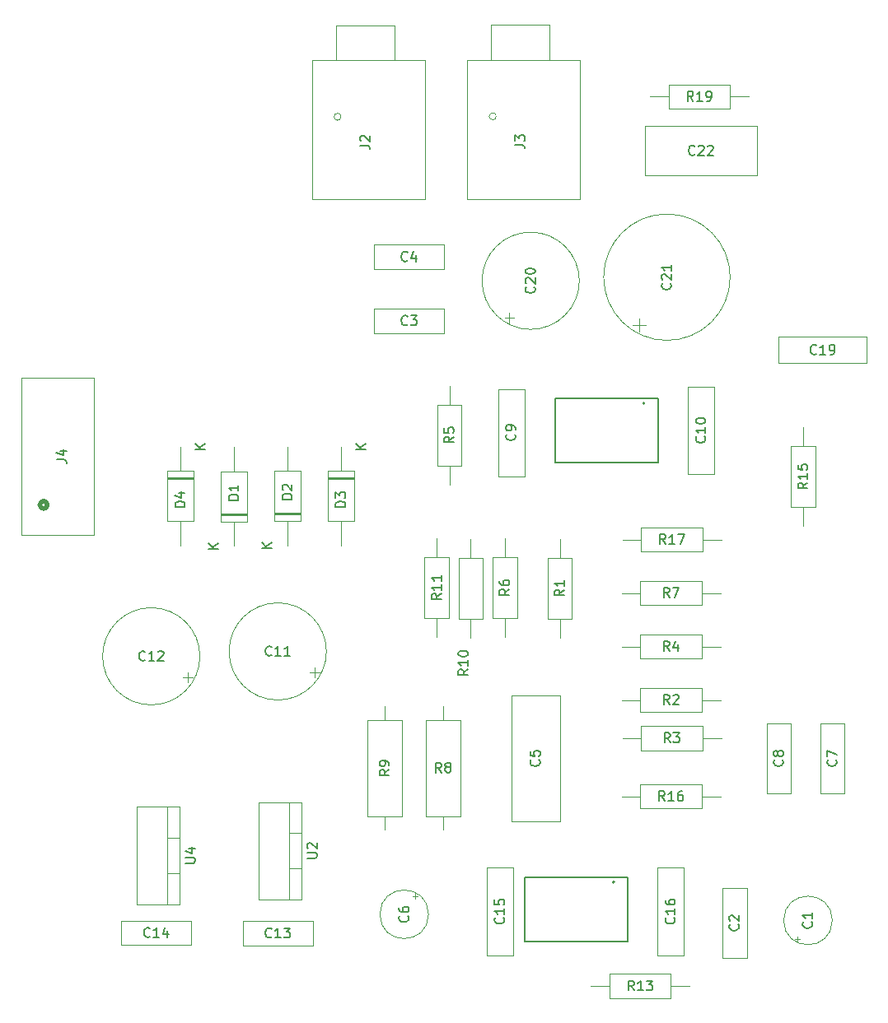
<source format=gbr>
%TF.GenerationSoftware,KiCad,Pcbnew,8.0.8*%
%TF.CreationDate,2025-03-09T10:58:12-03:00*%
%TF.ProjectId,equalizador,65717561-6c69-47a6-9164-6f722e6b6963,rev?*%
%TF.SameCoordinates,Original*%
%TF.FileFunction,AssemblyDrawing,Top*%
%FSLAX46Y46*%
G04 Gerber Fmt 4.6, Leading zero omitted, Abs format (unit mm)*
G04 Created by KiCad (PCBNEW 8.0.8) date 2025-03-09 10:58:12*
%MOMM*%
%LPD*%
G01*
G04 APERTURE LIST*
%ADD10C,0.150000*%
%ADD11C,0.127000*%
%ADD12C,0.200000*%
%ADD13C,0.100000*%
%ADD14C,0.120000*%
%ADD15C,0.025400*%
%ADD16C,0.508000*%
G04 APERTURE END LIST*
D10*
X102794819Y-99586666D02*
X102318628Y-99919999D01*
X102794819Y-100158094D02*
X101794819Y-100158094D01*
X101794819Y-100158094D02*
X101794819Y-99777142D01*
X101794819Y-99777142D02*
X101842438Y-99681904D01*
X101842438Y-99681904D02*
X101890057Y-99634285D01*
X101890057Y-99634285D02*
X101985295Y-99586666D01*
X101985295Y-99586666D02*
X102128152Y-99586666D01*
X102128152Y-99586666D02*
X102223390Y-99634285D01*
X102223390Y-99634285D02*
X102271009Y-99681904D01*
X102271009Y-99681904D02*
X102318628Y-99777142D01*
X102318628Y-99777142D02*
X102318628Y-100158094D01*
X101794819Y-98729523D02*
X101794819Y-98919999D01*
X101794819Y-98919999D02*
X101842438Y-99015237D01*
X101842438Y-99015237D02*
X101890057Y-99062856D01*
X101890057Y-99062856D02*
X102032914Y-99158094D01*
X102032914Y-99158094D02*
X102223390Y-99205713D01*
X102223390Y-99205713D02*
X102604342Y-99205713D01*
X102604342Y-99205713D02*
X102699580Y-99158094D01*
X102699580Y-99158094D02*
X102747200Y-99110475D01*
X102747200Y-99110475D02*
X102794819Y-99015237D01*
X102794819Y-99015237D02*
X102794819Y-98824761D01*
X102794819Y-98824761D02*
X102747200Y-98729523D01*
X102747200Y-98729523D02*
X102699580Y-98681904D01*
X102699580Y-98681904D02*
X102604342Y-98634285D01*
X102604342Y-98634285D02*
X102366247Y-98634285D01*
X102366247Y-98634285D02*
X102271009Y-98681904D01*
X102271009Y-98681904D02*
X102223390Y-98729523D01*
X102223390Y-98729523D02*
X102175771Y-98824761D01*
X102175771Y-98824761D02*
X102175771Y-99015237D01*
X102175771Y-99015237D02*
X102223390Y-99110475D01*
X102223390Y-99110475D02*
X102271009Y-99158094D01*
X102271009Y-99158094D02*
X102366247Y-99205713D01*
X80454819Y-90348094D02*
X79454819Y-90348094D01*
X79454819Y-90348094D02*
X79454819Y-90109999D01*
X79454819Y-90109999D02*
X79502438Y-89967142D01*
X79502438Y-89967142D02*
X79597676Y-89871904D01*
X79597676Y-89871904D02*
X79692914Y-89824285D01*
X79692914Y-89824285D02*
X79883390Y-89776666D01*
X79883390Y-89776666D02*
X80026247Y-89776666D01*
X80026247Y-89776666D02*
X80216723Y-89824285D01*
X80216723Y-89824285D02*
X80311961Y-89871904D01*
X80311961Y-89871904D02*
X80407200Y-89967142D01*
X80407200Y-89967142D02*
X80454819Y-90109999D01*
X80454819Y-90109999D02*
X80454819Y-90348094D01*
X79550057Y-89395713D02*
X79502438Y-89348094D01*
X79502438Y-89348094D02*
X79454819Y-89252856D01*
X79454819Y-89252856D02*
X79454819Y-89014761D01*
X79454819Y-89014761D02*
X79502438Y-88919523D01*
X79502438Y-88919523D02*
X79550057Y-88871904D01*
X79550057Y-88871904D02*
X79645295Y-88824285D01*
X79645295Y-88824285D02*
X79740533Y-88824285D01*
X79740533Y-88824285D02*
X79883390Y-88871904D01*
X79883390Y-88871904D02*
X80454819Y-89443332D01*
X80454819Y-89443332D02*
X80454819Y-88824285D01*
X78354819Y-95341904D02*
X77354819Y-95341904D01*
X78354819Y-94770476D02*
X77783390Y-95199047D01*
X77354819Y-94770476D02*
X77926247Y-95341904D01*
X118857142Y-94954819D02*
X118523809Y-94478628D01*
X118285714Y-94954819D02*
X118285714Y-93954819D01*
X118285714Y-93954819D02*
X118666666Y-93954819D01*
X118666666Y-93954819D02*
X118761904Y-94002438D01*
X118761904Y-94002438D02*
X118809523Y-94050057D01*
X118809523Y-94050057D02*
X118857142Y-94145295D01*
X118857142Y-94145295D02*
X118857142Y-94288152D01*
X118857142Y-94288152D02*
X118809523Y-94383390D01*
X118809523Y-94383390D02*
X118761904Y-94431009D01*
X118761904Y-94431009D02*
X118666666Y-94478628D01*
X118666666Y-94478628D02*
X118285714Y-94478628D01*
X119809523Y-94954819D02*
X119238095Y-94954819D01*
X119523809Y-94954819D02*
X119523809Y-93954819D01*
X119523809Y-93954819D02*
X119428571Y-94097676D01*
X119428571Y-94097676D02*
X119333333Y-94192914D01*
X119333333Y-94192914D02*
X119238095Y-94240533D01*
X120142857Y-93954819D02*
X120809523Y-93954819D01*
X120809523Y-93954819D02*
X120380952Y-94954819D01*
X119253333Y-111454819D02*
X118920000Y-110978628D01*
X118681905Y-111454819D02*
X118681905Y-110454819D01*
X118681905Y-110454819D02*
X119062857Y-110454819D01*
X119062857Y-110454819D02*
X119158095Y-110502438D01*
X119158095Y-110502438D02*
X119205714Y-110550057D01*
X119205714Y-110550057D02*
X119253333Y-110645295D01*
X119253333Y-110645295D02*
X119253333Y-110788152D01*
X119253333Y-110788152D02*
X119205714Y-110883390D01*
X119205714Y-110883390D02*
X119158095Y-110931009D01*
X119158095Y-110931009D02*
X119062857Y-110978628D01*
X119062857Y-110978628D02*
X118681905Y-110978628D01*
X119634286Y-110550057D02*
X119681905Y-110502438D01*
X119681905Y-110502438D02*
X119777143Y-110454819D01*
X119777143Y-110454819D02*
X120015238Y-110454819D01*
X120015238Y-110454819D02*
X120110476Y-110502438D01*
X120110476Y-110502438D02*
X120158095Y-110550057D01*
X120158095Y-110550057D02*
X120205714Y-110645295D01*
X120205714Y-110645295D02*
X120205714Y-110740533D01*
X120205714Y-110740533D02*
X120158095Y-110883390D01*
X120158095Y-110883390D02*
X119586667Y-111454819D01*
X119586667Y-111454819D02*
X120205714Y-111454819D01*
X115617142Y-140874819D02*
X115283809Y-140398628D01*
X115045714Y-140874819D02*
X115045714Y-139874819D01*
X115045714Y-139874819D02*
X115426666Y-139874819D01*
X115426666Y-139874819D02*
X115521904Y-139922438D01*
X115521904Y-139922438D02*
X115569523Y-139970057D01*
X115569523Y-139970057D02*
X115617142Y-140065295D01*
X115617142Y-140065295D02*
X115617142Y-140208152D01*
X115617142Y-140208152D02*
X115569523Y-140303390D01*
X115569523Y-140303390D02*
X115521904Y-140351009D01*
X115521904Y-140351009D02*
X115426666Y-140398628D01*
X115426666Y-140398628D02*
X115045714Y-140398628D01*
X116569523Y-140874819D02*
X115998095Y-140874819D01*
X116283809Y-140874819D02*
X116283809Y-139874819D01*
X116283809Y-139874819D02*
X116188571Y-140017676D01*
X116188571Y-140017676D02*
X116093333Y-140112914D01*
X116093333Y-140112914D02*
X115998095Y-140160533D01*
X116902857Y-139874819D02*
X117521904Y-139874819D01*
X117521904Y-139874819D02*
X117188571Y-140255771D01*
X117188571Y-140255771D02*
X117331428Y-140255771D01*
X117331428Y-140255771D02*
X117426666Y-140303390D01*
X117426666Y-140303390D02*
X117474285Y-140351009D01*
X117474285Y-140351009D02*
X117521904Y-140446247D01*
X117521904Y-140446247D02*
X117521904Y-140684342D01*
X117521904Y-140684342D02*
X117474285Y-140779580D01*
X117474285Y-140779580D02*
X117426666Y-140827200D01*
X117426666Y-140827200D02*
X117331428Y-140874819D01*
X117331428Y-140874819D02*
X117045714Y-140874819D01*
X117045714Y-140874819D02*
X116950476Y-140827200D01*
X116950476Y-140827200D02*
X116902857Y-140779580D01*
X92359580Y-133211554D02*
X92407200Y-133259173D01*
X92407200Y-133259173D02*
X92454819Y-133402030D01*
X92454819Y-133402030D02*
X92454819Y-133497268D01*
X92454819Y-133497268D02*
X92407200Y-133640125D01*
X92407200Y-133640125D02*
X92311961Y-133735363D01*
X92311961Y-133735363D02*
X92216723Y-133782982D01*
X92216723Y-133782982D02*
X92026247Y-133830601D01*
X92026247Y-133830601D02*
X91883390Y-133830601D01*
X91883390Y-133830601D02*
X91692914Y-133782982D01*
X91692914Y-133782982D02*
X91597676Y-133735363D01*
X91597676Y-133735363D02*
X91502438Y-133640125D01*
X91502438Y-133640125D02*
X91454819Y-133497268D01*
X91454819Y-133497268D02*
X91454819Y-133402030D01*
X91454819Y-133402030D02*
X91502438Y-133259173D01*
X91502438Y-133259173D02*
X91550057Y-133211554D01*
X91454819Y-132354411D02*
X91454819Y-132544887D01*
X91454819Y-132544887D02*
X91502438Y-132640125D01*
X91502438Y-132640125D02*
X91550057Y-132687744D01*
X91550057Y-132687744D02*
X91692914Y-132782982D01*
X91692914Y-132782982D02*
X91883390Y-132830601D01*
X91883390Y-132830601D02*
X92264342Y-132830601D01*
X92264342Y-132830601D02*
X92359580Y-132782982D01*
X92359580Y-132782982D02*
X92407200Y-132735363D01*
X92407200Y-132735363D02*
X92454819Y-132640125D01*
X92454819Y-132640125D02*
X92454819Y-132449649D01*
X92454819Y-132449649D02*
X92407200Y-132354411D01*
X92407200Y-132354411D02*
X92359580Y-132306792D01*
X92359580Y-132306792D02*
X92264342Y-132259173D01*
X92264342Y-132259173D02*
X92026247Y-132259173D01*
X92026247Y-132259173D02*
X91931009Y-132306792D01*
X91931009Y-132306792D02*
X91883390Y-132354411D01*
X91883390Y-132354411D02*
X91835771Y-132449649D01*
X91835771Y-132449649D02*
X91835771Y-132640125D01*
X91835771Y-132640125D02*
X91883390Y-132735363D01*
X91883390Y-132735363D02*
X91931009Y-132782982D01*
X91931009Y-132782982D02*
X92026247Y-132830601D01*
X78357142Y-135359580D02*
X78309523Y-135407200D01*
X78309523Y-135407200D02*
X78166666Y-135454819D01*
X78166666Y-135454819D02*
X78071428Y-135454819D01*
X78071428Y-135454819D02*
X77928571Y-135407200D01*
X77928571Y-135407200D02*
X77833333Y-135311961D01*
X77833333Y-135311961D02*
X77785714Y-135216723D01*
X77785714Y-135216723D02*
X77738095Y-135026247D01*
X77738095Y-135026247D02*
X77738095Y-134883390D01*
X77738095Y-134883390D02*
X77785714Y-134692914D01*
X77785714Y-134692914D02*
X77833333Y-134597676D01*
X77833333Y-134597676D02*
X77928571Y-134502438D01*
X77928571Y-134502438D02*
X78071428Y-134454819D01*
X78071428Y-134454819D02*
X78166666Y-134454819D01*
X78166666Y-134454819D02*
X78309523Y-134502438D01*
X78309523Y-134502438D02*
X78357142Y-134550057D01*
X79309523Y-135454819D02*
X78738095Y-135454819D01*
X79023809Y-135454819D02*
X79023809Y-134454819D01*
X79023809Y-134454819D02*
X78928571Y-134597676D01*
X78928571Y-134597676D02*
X78833333Y-134692914D01*
X78833333Y-134692914D02*
X78738095Y-134740533D01*
X79642857Y-134454819D02*
X80261904Y-134454819D01*
X80261904Y-134454819D02*
X79928571Y-134835771D01*
X79928571Y-134835771D02*
X80071428Y-134835771D01*
X80071428Y-134835771D02*
X80166666Y-134883390D01*
X80166666Y-134883390D02*
X80214285Y-134931009D01*
X80214285Y-134931009D02*
X80261904Y-135026247D01*
X80261904Y-135026247D02*
X80261904Y-135264342D01*
X80261904Y-135264342D02*
X80214285Y-135359580D01*
X80214285Y-135359580D02*
X80166666Y-135407200D01*
X80166666Y-135407200D02*
X80071428Y-135454819D01*
X80071428Y-135454819D02*
X79785714Y-135454819D01*
X79785714Y-135454819D02*
X79690476Y-135407200D01*
X79690476Y-135407200D02*
X79642857Y-135359580D01*
X87454819Y-53933333D02*
X88169104Y-53933333D01*
X88169104Y-53933333D02*
X88311961Y-53980952D01*
X88311961Y-53980952D02*
X88407200Y-54076190D01*
X88407200Y-54076190D02*
X88454819Y-54219047D01*
X88454819Y-54219047D02*
X88454819Y-54314285D01*
X87550057Y-53504761D02*
X87502438Y-53457142D01*
X87502438Y-53457142D02*
X87454819Y-53361904D01*
X87454819Y-53361904D02*
X87454819Y-53123809D01*
X87454819Y-53123809D02*
X87502438Y-53028571D01*
X87502438Y-53028571D02*
X87550057Y-52980952D01*
X87550057Y-52980952D02*
X87645295Y-52933333D01*
X87645295Y-52933333D02*
X87740533Y-52933333D01*
X87740533Y-52933333D02*
X87883390Y-52980952D01*
X87883390Y-52980952D02*
X88454819Y-53552380D01*
X88454819Y-53552380D02*
X88454819Y-52933333D01*
X74954819Y-90428094D02*
X73954819Y-90428094D01*
X73954819Y-90428094D02*
X73954819Y-90189999D01*
X73954819Y-90189999D02*
X74002438Y-90047142D01*
X74002438Y-90047142D02*
X74097676Y-89951904D01*
X74097676Y-89951904D02*
X74192914Y-89904285D01*
X74192914Y-89904285D02*
X74383390Y-89856666D01*
X74383390Y-89856666D02*
X74526247Y-89856666D01*
X74526247Y-89856666D02*
X74716723Y-89904285D01*
X74716723Y-89904285D02*
X74811961Y-89951904D01*
X74811961Y-89951904D02*
X74907200Y-90047142D01*
X74907200Y-90047142D02*
X74954819Y-90189999D01*
X74954819Y-90189999D02*
X74954819Y-90428094D01*
X74954819Y-88904285D02*
X74954819Y-89475713D01*
X74954819Y-89189999D02*
X73954819Y-89189999D01*
X73954819Y-89189999D02*
X74097676Y-89285237D01*
X74097676Y-89285237D02*
X74192914Y-89380475D01*
X74192914Y-89380475D02*
X74240533Y-89475713D01*
X72854819Y-95421904D02*
X71854819Y-95421904D01*
X72854819Y-94850476D02*
X72283390Y-95279047D01*
X71854819Y-94850476D02*
X72426247Y-95421904D01*
X102199580Y-133392857D02*
X102247200Y-133440476D01*
X102247200Y-133440476D02*
X102294819Y-133583333D01*
X102294819Y-133583333D02*
X102294819Y-133678571D01*
X102294819Y-133678571D02*
X102247200Y-133821428D01*
X102247200Y-133821428D02*
X102151961Y-133916666D01*
X102151961Y-133916666D02*
X102056723Y-133964285D01*
X102056723Y-133964285D02*
X101866247Y-134011904D01*
X101866247Y-134011904D02*
X101723390Y-134011904D01*
X101723390Y-134011904D02*
X101532914Y-133964285D01*
X101532914Y-133964285D02*
X101437676Y-133916666D01*
X101437676Y-133916666D02*
X101342438Y-133821428D01*
X101342438Y-133821428D02*
X101294819Y-133678571D01*
X101294819Y-133678571D02*
X101294819Y-133583333D01*
X101294819Y-133583333D02*
X101342438Y-133440476D01*
X101342438Y-133440476D02*
X101390057Y-133392857D01*
X102294819Y-132440476D02*
X102294819Y-133011904D01*
X102294819Y-132726190D02*
X101294819Y-132726190D01*
X101294819Y-132726190D02*
X101437676Y-132821428D01*
X101437676Y-132821428D02*
X101532914Y-132916666D01*
X101532914Y-132916666D02*
X101580533Y-133011904D01*
X101294819Y-131535714D02*
X101294819Y-132011904D01*
X101294819Y-132011904D02*
X101771009Y-132059523D01*
X101771009Y-132059523D02*
X101723390Y-132011904D01*
X101723390Y-132011904D02*
X101675771Y-131916666D01*
X101675771Y-131916666D02*
X101675771Y-131678571D01*
X101675771Y-131678571D02*
X101723390Y-131583333D01*
X101723390Y-131583333D02*
X101771009Y-131535714D01*
X101771009Y-131535714D02*
X101866247Y-131488095D01*
X101866247Y-131488095D02*
X102104342Y-131488095D01*
X102104342Y-131488095D02*
X102199580Y-131535714D01*
X102199580Y-131535714D02*
X102247200Y-131583333D01*
X102247200Y-131583333D02*
X102294819Y-131678571D01*
X102294819Y-131678571D02*
X102294819Y-131916666D01*
X102294819Y-131916666D02*
X102247200Y-132011904D01*
X102247200Y-132011904D02*
X102199580Y-132059523D01*
X82012319Y-127261904D02*
X82821842Y-127261904D01*
X82821842Y-127261904D02*
X82917080Y-127214285D01*
X82917080Y-127214285D02*
X82964700Y-127166666D01*
X82964700Y-127166666D02*
X83012319Y-127071428D01*
X83012319Y-127071428D02*
X83012319Y-126880952D01*
X83012319Y-126880952D02*
X82964700Y-126785714D01*
X82964700Y-126785714D02*
X82917080Y-126738095D01*
X82917080Y-126738095D02*
X82821842Y-126690476D01*
X82821842Y-126690476D02*
X82012319Y-126690476D01*
X82107557Y-126261904D02*
X82059938Y-126214285D01*
X82059938Y-126214285D02*
X82012319Y-126119047D01*
X82012319Y-126119047D02*
X82012319Y-125880952D01*
X82012319Y-125880952D02*
X82059938Y-125785714D01*
X82059938Y-125785714D02*
X82107557Y-125738095D01*
X82107557Y-125738095D02*
X82202795Y-125690476D01*
X82202795Y-125690476D02*
X82298033Y-125690476D01*
X82298033Y-125690476D02*
X82440890Y-125738095D01*
X82440890Y-125738095D02*
X83012319Y-126309523D01*
X83012319Y-126309523D02*
X83012319Y-125690476D01*
X105359580Y-68510534D02*
X105407200Y-68558153D01*
X105407200Y-68558153D02*
X105454819Y-68701010D01*
X105454819Y-68701010D02*
X105454819Y-68796248D01*
X105454819Y-68796248D02*
X105407200Y-68939105D01*
X105407200Y-68939105D02*
X105311961Y-69034343D01*
X105311961Y-69034343D02*
X105216723Y-69081962D01*
X105216723Y-69081962D02*
X105026247Y-69129581D01*
X105026247Y-69129581D02*
X104883390Y-69129581D01*
X104883390Y-69129581D02*
X104692914Y-69081962D01*
X104692914Y-69081962D02*
X104597676Y-69034343D01*
X104597676Y-69034343D02*
X104502438Y-68939105D01*
X104502438Y-68939105D02*
X104454819Y-68796248D01*
X104454819Y-68796248D02*
X104454819Y-68701010D01*
X104454819Y-68701010D02*
X104502438Y-68558153D01*
X104502438Y-68558153D02*
X104550057Y-68510534D01*
X104550057Y-68129581D02*
X104502438Y-68081962D01*
X104502438Y-68081962D02*
X104454819Y-67986724D01*
X104454819Y-67986724D02*
X104454819Y-67748629D01*
X104454819Y-67748629D02*
X104502438Y-67653391D01*
X104502438Y-67653391D02*
X104550057Y-67605772D01*
X104550057Y-67605772D02*
X104645295Y-67558153D01*
X104645295Y-67558153D02*
X104740533Y-67558153D01*
X104740533Y-67558153D02*
X104883390Y-67605772D01*
X104883390Y-67605772D02*
X105454819Y-68177200D01*
X105454819Y-68177200D02*
X105454819Y-67558153D01*
X104454819Y-66939105D02*
X104454819Y-66843867D01*
X104454819Y-66843867D02*
X104502438Y-66748629D01*
X104502438Y-66748629D02*
X104550057Y-66701010D01*
X104550057Y-66701010D02*
X104645295Y-66653391D01*
X104645295Y-66653391D02*
X104835771Y-66605772D01*
X104835771Y-66605772D02*
X105073866Y-66605772D01*
X105073866Y-66605772D02*
X105264342Y-66653391D01*
X105264342Y-66653391D02*
X105359580Y-66701010D01*
X105359580Y-66701010D02*
X105407200Y-66748629D01*
X105407200Y-66748629D02*
X105454819Y-66843867D01*
X105454819Y-66843867D02*
X105454819Y-66939105D01*
X105454819Y-66939105D02*
X105407200Y-67034343D01*
X105407200Y-67034343D02*
X105359580Y-67081962D01*
X105359580Y-67081962D02*
X105264342Y-67129581D01*
X105264342Y-67129581D02*
X105073866Y-67177200D01*
X105073866Y-67177200D02*
X104835771Y-67177200D01*
X104835771Y-67177200D02*
X104645295Y-67129581D01*
X104645295Y-67129581D02*
X104550057Y-67081962D01*
X104550057Y-67081962D02*
X104502438Y-67034343D01*
X104502438Y-67034343D02*
X104454819Y-66939105D01*
X65857142Y-135319580D02*
X65809523Y-135367200D01*
X65809523Y-135367200D02*
X65666666Y-135414819D01*
X65666666Y-135414819D02*
X65571428Y-135414819D01*
X65571428Y-135414819D02*
X65428571Y-135367200D01*
X65428571Y-135367200D02*
X65333333Y-135271961D01*
X65333333Y-135271961D02*
X65285714Y-135176723D01*
X65285714Y-135176723D02*
X65238095Y-134986247D01*
X65238095Y-134986247D02*
X65238095Y-134843390D01*
X65238095Y-134843390D02*
X65285714Y-134652914D01*
X65285714Y-134652914D02*
X65333333Y-134557676D01*
X65333333Y-134557676D02*
X65428571Y-134462438D01*
X65428571Y-134462438D02*
X65571428Y-134414819D01*
X65571428Y-134414819D02*
X65666666Y-134414819D01*
X65666666Y-134414819D02*
X65809523Y-134462438D01*
X65809523Y-134462438D02*
X65857142Y-134510057D01*
X66809523Y-135414819D02*
X66238095Y-135414819D01*
X66523809Y-135414819D02*
X66523809Y-134414819D01*
X66523809Y-134414819D02*
X66428571Y-134557676D01*
X66428571Y-134557676D02*
X66333333Y-134652914D01*
X66333333Y-134652914D02*
X66238095Y-134700533D01*
X67666666Y-134748152D02*
X67666666Y-135414819D01*
X67428571Y-134367200D02*
X67190476Y-135081485D01*
X67190476Y-135081485D02*
X67809523Y-135081485D01*
X126319580Y-134086666D02*
X126367200Y-134134285D01*
X126367200Y-134134285D02*
X126414819Y-134277142D01*
X126414819Y-134277142D02*
X126414819Y-134372380D01*
X126414819Y-134372380D02*
X126367200Y-134515237D01*
X126367200Y-134515237D02*
X126271961Y-134610475D01*
X126271961Y-134610475D02*
X126176723Y-134658094D01*
X126176723Y-134658094D02*
X125986247Y-134705713D01*
X125986247Y-134705713D02*
X125843390Y-134705713D01*
X125843390Y-134705713D02*
X125652914Y-134658094D01*
X125652914Y-134658094D02*
X125557676Y-134610475D01*
X125557676Y-134610475D02*
X125462438Y-134515237D01*
X125462438Y-134515237D02*
X125414819Y-134372380D01*
X125414819Y-134372380D02*
X125414819Y-134277142D01*
X125414819Y-134277142D02*
X125462438Y-134134285D01*
X125462438Y-134134285D02*
X125510057Y-134086666D01*
X125510057Y-133705713D02*
X125462438Y-133658094D01*
X125462438Y-133658094D02*
X125414819Y-133562856D01*
X125414819Y-133562856D02*
X125414819Y-133324761D01*
X125414819Y-133324761D02*
X125462438Y-133229523D01*
X125462438Y-133229523D02*
X125510057Y-133181904D01*
X125510057Y-133181904D02*
X125605295Y-133134285D01*
X125605295Y-133134285D02*
X125700533Y-133134285D01*
X125700533Y-133134285D02*
X125843390Y-133181904D01*
X125843390Y-133181904D02*
X126414819Y-133753332D01*
X126414819Y-133753332D02*
X126414819Y-133134285D01*
X71554819Y-85181904D02*
X70554819Y-85181904D01*
X71554819Y-84610476D02*
X70983390Y-85039047D01*
X70554819Y-84610476D02*
X71126247Y-85181904D01*
X69454819Y-91128094D02*
X68454819Y-91128094D01*
X68454819Y-91128094D02*
X68454819Y-90889999D01*
X68454819Y-90889999D02*
X68502438Y-90747142D01*
X68502438Y-90747142D02*
X68597676Y-90651904D01*
X68597676Y-90651904D02*
X68692914Y-90604285D01*
X68692914Y-90604285D02*
X68883390Y-90556666D01*
X68883390Y-90556666D02*
X69026247Y-90556666D01*
X69026247Y-90556666D02*
X69216723Y-90604285D01*
X69216723Y-90604285D02*
X69311961Y-90651904D01*
X69311961Y-90651904D02*
X69407200Y-90747142D01*
X69407200Y-90747142D02*
X69454819Y-90889999D01*
X69454819Y-90889999D02*
X69454819Y-91128094D01*
X68788152Y-89699523D02*
X69454819Y-89699523D01*
X68407200Y-89937618D02*
X69121485Y-90175713D01*
X69121485Y-90175713D02*
X69121485Y-89556666D01*
X119333333Y-115374819D02*
X119000000Y-114898628D01*
X118761905Y-115374819D02*
X118761905Y-114374819D01*
X118761905Y-114374819D02*
X119142857Y-114374819D01*
X119142857Y-114374819D02*
X119238095Y-114422438D01*
X119238095Y-114422438D02*
X119285714Y-114470057D01*
X119285714Y-114470057D02*
X119333333Y-114565295D01*
X119333333Y-114565295D02*
X119333333Y-114708152D01*
X119333333Y-114708152D02*
X119285714Y-114803390D01*
X119285714Y-114803390D02*
X119238095Y-114851009D01*
X119238095Y-114851009D02*
X119142857Y-114898628D01*
X119142857Y-114898628D02*
X118761905Y-114898628D01*
X119666667Y-114374819D02*
X120285714Y-114374819D01*
X120285714Y-114374819D02*
X119952381Y-114755771D01*
X119952381Y-114755771D02*
X120095238Y-114755771D01*
X120095238Y-114755771D02*
X120190476Y-114803390D01*
X120190476Y-114803390D02*
X120238095Y-114851009D01*
X120238095Y-114851009D02*
X120285714Y-114946247D01*
X120285714Y-114946247D02*
X120285714Y-115184342D01*
X120285714Y-115184342D02*
X120238095Y-115279580D01*
X120238095Y-115279580D02*
X120190476Y-115327200D01*
X120190476Y-115327200D02*
X120095238Y-115374819D01*
X120095238Y-115374819D02*
X119809524Y-115374819D01*
X119809524Y-115374819D02*
X119714286Y-115327200D01*
X119714286Y-115327200D02*
X119666667Y-115279580D01*
X69512319Y-127761904D02*
X70321842Y-127761904D01*
X70321842Y-127761904D02*
X70417080Y-127714285D01*
X70417080Y-127714285D02*
X70464700Y-127666666D01*
X70464700Y-127666666D02*
X70512319Y-127571428D01*
X70512319Y-127571428D02*
X70512319Y-127380952D01*
X70512319Y-127380952D02*
X70464700Y-127285714D01*
X70464700Y-127285714D02*
X70417080Y-127238095D01*
X70417080Y-127238095D02*
X70321842Y-127190476D01*
X70321842Y-127190476D02*
X69512319Y-127190476D01*
X69845652Y-126285714D02*
X70512319Y-126285714D01*
X69464700Y-126523809D02*
X70178985Y-126761904D01*
X70178985Y-126761904D02*
X70178985Y-126142857D01*
X95833333Y-118454819D02*
X95500000Y-117978628D01*
X95261905Y-118454819D02*
X95261905Y-117454819D01*
X95261905Y-117454819D02*
X95642857Y-117454819D01*
X95642857Y-117454819D02*
X95738095Y-117502438D01*
X95738095Y-117502438D02*
X95785714Y-117550057D01*
X95785714Y-117550057D02*
X95833333Y-117645295D01*
X95833333Y-117645295D02*
X95833333Y-117788152D01*
X95833333Y-117788152D02*
X95785714Y-117883390D01*
X95785714Y-117883390D02*
X95738095Y-117931009D01*
X95738095Y-117931009D02*
X95642857Y-117978628D01*
X95642857Y-117978628D02*
X95261905Y-117978628D01*
X96404762Y-117883390D02*
X96309524Y-117835771D01*
X96309524Y-117835771D02*
X96261905Y-117788152D01*
X96261905Y-117788152D02*
X96214286Y-117692914D01*
X96214286Y-117692914D02*
X96214286Y-117645295D01*
X96214286Y-117645295D02*
X96261905Y-117550057D01*
X96261905Y-117550057D02*
X96309524Y-117502438D01*
X96309524Y-117502438D02*
X96404762Y-117454819D01*
X96404762Y-117454819D02*
X96595238Y-117454819D01*
X96595238Y-117454819D02*
X96690476Y-117502438D01*
X96690476Y-117502438D02*
X96738095Y-117550057D01*
X96738095Y-117550057D02*
X96785714Y-117645295D01*
X96785714Y-117645295D02*
X96785714Y-117692914D01*
X96785714Y-117692914D02*
X96738095Y-117788152D01*
X96738095Y-117788152D02*
X96690476Y-117835771D01*
X96690476Y-117835771D02*
X96595238Y-117883390D01*
X96595238Y-117883390D02*
X96404762Y-117883390D01*
X96404762Y-117883390D02*
X96309524Y-117931009D01*
X96309524Y-117931009D02*
X96261905Y-117978628D01*
X96261905Y-117978628D02*
X96214286Y-118073866D01*
X96214286Y-118073866D02*
X96214286Y-118264342D01*
X96214286Y-118264342D02*
X96261905Y-118359580D01*
X96261905Y-118359580D02*
X96309524Y-118407200D01*
X96309524Y-118407200D02*
X96404762Y-118454819D01*
X96404762Y-118454819D02*
X96595238Y-118454819D01*
X96595238Y-118454819D02*
X96690476Y-118407200D01*
X96690476Y-118407200D02*
X96738095Y-118359580D01*
X96738095Y-118359580D02*
X96785714Y-118264342D01*
X96785714Y-118264342D02*
X96785714Y-118073866D01*
X96785714Y-118073866D02*
X96738095Y-117978628D01*
X96738095Y-117978628D02*
X96690476Y-117931009D01*
X96690476Y-117931009D02*
X96595238Y-117883390D01*
X122859580Y-83892857D02*
X122907200Y-83940476D01*
X122907200Y-83940476D02*
X122954819Y-84083333D01*
X122954819Y-84083333D02*
X122954819Y-84178571D01*
X122954819Y-84178571D02*
X122907200Y-84321428D01*
X122907200Y-84321428D02*
X122811961Y-84416666D01*
X122811961Y-84416666D02*
X122716723Y-84464285D01*
X122716723Y-84464285D02*
X122526247Y-84511904D01*
X122526247Y-84511904D02*
X122383390Y-84511904D01*
X122383390Y-84511904D02*
X122192914Y-84464285D01*
X122192914Y-84464285D02*
X122097676Y-84416666D01*
X122097676Y-84416666D02*
X122002438Y-84321428D01*
X122002438Y-84321428D02*
X121954819Y-84178571D01*
X121954819Y-84178571D02*
X121954819Y-84083333D01*
X121954819Y-84083333D02*
X122002438Y-83940476D01*
X122002438Y-83940476D02*
X122050057Y-83892857D01*
X122954819Y-82940476D02*
X122954819Y-83511904D01*
X122954819Y-83226190D02*
X121954819Y-83226190D01*
X121954819Y-83226190D02*
X122097676Y-83321428D01*
X122097676Y-83321428D02*
X122192914Y-83416666D01*
X122192914Y-83416666D02*
X122240533Y-83511904D01*
X121954819Y-82321428D02*
X121954819Y-82226190D01*
X121954819Y-82226190D02*
X122002438Y-82130952D01*
X122002438Y-82130952D02*
X122050057Y-82083333D01*
X122050057Y-82083333D02*
X122145295Y-82035714D01*
X122145295Y-82035714D02*
X122335771Y-81988095D01*
X122335771Y-81988095D02*
X122573866Y-81988095D01*
X122573866Y-81988095D02*
X122764342Y-82035714D01*
X122764342Y-82035714D02*
X122859580Y-82083333D01*
X122859580Y-82083333D02*
X122907200Y-82130952D01*
X122907200Y-82130952D02*
X122954819Y-82226190D01*
X122954819Y-82226190D02*
X122954819Y-82321428D01*
X122954819Y-82321428D02*
X122907200Y-82416666D01*
X122907200Y-82416666D02*
X122859580Y-82464285D01*
X122859580Y-82464285D02*
X122764342Y-82511904D01*
X122764342Y-82511904D02*
X122573866Y-82559523D01*
X122573866Y-82559523D02*
X122335771Y-82559523D01*
X122335771Y-82559523D02*
X122145295Y-82511904D01*
X122145295Y-82511904D02*
X122050057Y-82464285D01*
X122050057Y-82464285D02*
X122002438Y-82416666D01*
X122002438Y-82416666D02*
X121954819Y-82321428D01*
X134357142Y-75359580D02*
X134309523Y-75407200D01*
X134309523Y-75407200D02*
X134166666Y-75454819D01*
X134166666Y-75454819D02*
X134071428Y-75454819D01*
X134071428Y-75454819D02*
X133928571Y-75407200D01*
X133928571Y-75407200D02*
X133833333Y-75311961D01*
X133833333Y-75311961D02*
X133785714Y-75216723D01*
X133785714Y-75216723D02*
X133738095Y-75026247D01*
X133738095Y-75026247D02*
X133738095Y-74883390D01*
X133738095Y-74883390D02*
X133785714Y-74692914D01*
X133785714Y-74692914D02*
X133833333Y-74597676D01*
X133833333Y-74597676D02*
X133928571Y-74502438D01*
X133928571Y-74502438D02*
X134071428Y-74454819D01*
X134071428Y-74454819D02*
X134166666Y-74454819D01*
X134166666Y-74454819D02*
X134309523Y-74502438D01*
X134309523Y-74502438D02*
X134357142Y-74550057D01*
X135309523Y-75454819D02*
X134738095Y-75454819D01*
X135023809Y-75454819D02*
X135023809Y-74454819D01*
X135023809Y-74454819D02*
X134928571Y-74597676D01*
X134928571Y-74597676D02*
X134833333Y-74692914D01*
X134833333Y-74692914D02*
X134738095Y-74740533D01*
X135785714Y-75454819D02*
X135976190Y-75454819D01*
X135976190Y-75454819D02*
X136071428Y-75407200D01*
X136071428Y-75407200D02*
X136119047Y-75359580D01*
X136119047Y-75359580D02*
X136214285Y-75216723D01*
X136214285Y-75216723D02*
X136261904Y-75026247D01*
X136261904Y-75026247D02*
X136261904Y-74645295D01*
X136261904Y-74645295D02*
X136214285Y-74550057D01*
X136214285Y-74550057D02*
X136166666Y-74502438D01*
X136166666Y-74502438D02*
X136071428Y-74454819D01*
X136071428Y-74454819D02*
X135880952Y-74454819D01*
X135880952Y-74454819D02*
X135785714Y-74502438D01*
X135785714Y-74502438D02*
X135738095Y-74550057D01*
X135738095Y-74550057D02*
X135690476Y-74645295D01*
X135690476Y-74645295D02*
X135690476Y-74883390D01*
X135690476Y-74883390D02*
X135738095Y-74978628D01*
X135738095Y-74978628D02*
X135785714Y-75026247D01*
X135785714Y-75026247D02*
X135880952Y-75073866D01*
X135880952Y-75073866D02*
X136071428Y-75073866D01*
X136071428Y-75073866D02*
X136166666Y-75026247D01*
X136166666Y-75026247D02*
X136214285Y-74978628D01*
X136214285Y-74978628D02*
X136261904Y-74883390D01*
X95794819Y-100062857D02*
X95318628Y-100396190D01*
X95794819Y-100634285D02*
X94794819Y-100634285D01*
X94794819Y-100634285D02*
X94794819Y-100253333D01*
X94794819Y-100253333D02*
X94842438Y-100158095D01*
X94842438Y-100158095D02*
X94890057Y-100110476D01*
X94890057Y-100110476D02*
X94985295Y-100062857D01*
X94985295Y-100062857D02*
X95128152Y-100062857D01*
X95128152Y-100062857D02*
X95223390Y-100110476D01*
X95223390Y-100110476D02*
X95271009Y-100158095D01*
X95271009Y-100158095D02*
X95318628Y-100253333D01*
X95318628Y-100253333D02*
X95318628Y-100634285D01*
X95794819Y-99110476D02*
X95794819Y-99681904D01*
X95794819Y-99396190D02*
X94794819Y-99396190D01*
X94794819Y-99396190D02*
X94937676Y-99491428D01*
X94937676Y-99491428D02*
X95032914Y-99586666D01*
X95032914Y-99586666D02*
X95080533Y-99681904D01*
X95794819Y-98158095D02*
X95794819Y-98729523D01*
X95794819Y-98443809D02*
X94794819Y-98443809D01*
X94794819Y-98443809D02*
X94937676Y-98539047D01*
X94937676Y-98539047D02*
X95032914Y-98634285D01*
X95032914Y-98634285D02*
X95080533Y-98729523D01*
X121857142Y-54859580D02*
X121809523Y-54907200D01*
X121809523Y-54907200D02*
X121666666Y-54954819D01*
X121666666Y-54954819D02*
X121571428Y-54954819D01*
X121571428Y-54954819D02*
X121428571Y-54907200D01*
X121428571Y-54907200D02*
X121333333Y-54811961D01*
X121333333Y-54811961D02*
X121285714Y-54716723D01*
X121285714Y-54716723D02*
X121238095Y-54526247D01*
X121238095Y-54526247D02*
X121238095Y-54383390D01*
X121238095Y-54383390D02*
X121285714Y-54192914D01*
X121285714Y-54192914D02*
X121333333Y-54097676D01*
X121333333Y-54097676D02*
X121428571Y-54002438D01*
X121428571Y-54002438D02*
X121571428Y-53954819D01*
X121571428Y-53954819D02*
X121666666Y-53954819D01*
X121666666Y-53954819D02*
X121809523Y-54002438D01*
X121809523Y-54002438D02*
X121857142Y-54050057D01*
X122238095Y-54050057D02*
X122285714Y-54002438D01*
X122285714Y-54002438D02*
X122380952Y-53954819D01*
X122380952Y-53954819D02*
X122619047Y-53954819D01*
X122619047Y-53954819D02*
X122714285Y-54002438D01*
X122714285Y-54002438D02*
X122761904Y-54050057D01*
X122761904Y-54050057D02*
X122809523Y-54145295D01*
X122809523Y-54145295D02*
X122809523Y-54240533D01*
X122809523Y-54240533D02*
X122761904Y-54383390D01*
X122761904Y-54383390D02*
X122190476Y-54954819D01*
X122190476Y-54954819D02*
X122809523Y-54954819D01*
X123190476Y-54050057D02*
X123238095Y-54002438D01*
X123238095Y-54002438D02*
X123333333Y-53954819D01*
X123333333Y-53954819D02*
X123571428Y-53954819D01*
X123571428Y-53954819D02*
X123666666Y-54002438D01*
X123666666Y-54002438D02*
X123714285Y-54050057D01*
X123714285Y-54050057D02*
X123761904Y-54145295D01*
X123761904Y-54145295D02*
X123761904Y-54240533D01*
X123761904Y-54240533D02*
X123714285Y-54383390D01*
X123714285Y-54383390D02*
X123142857Y-54954819D01*
X123142857Y-54954819D02*
X123761904Y-54954819D01*
X98554819Y-107842857D02*
X98078628Y-108176190D01*
X98554819Y-108414285D02*
X97554819Y-108414285D01*
X97554819Y-108414285D02*
X97554819Y-108033333D01*
X97554819Y-108033333D02*
X97602438Y-107938095D01*
X97602438Y-107938095D02*
X97650057Y-107890476D01*
X97650057Y-107890476D02*
X97745295Y-107842857D01*
X97745295Y-107842857D02*
X97888152Y-107842857D01*
X97888152Y-107842857D02*
X97983390Y-107890476D01*
X97983390Y-107890476D02*
X98031009Y-107938095D01*
X98031009Y-107938095D02*
X98078628Y-108033333D01*
X98078628Y-108033333D02*
X98078628Y-108414285D01*
X98554819Y-106890476D02*
X98554819Y-107461904D01*
X98554819Y-107176190D02*
X97554819Y-107176190D01*
X97554819Y-107176190D02*
X97697676Y-107271428D01*
X97697676Y-107271428D02*
X97792914Y-107366666D01*
X97792914Y-107366666D02*
X97840533Y-107461904D01*
X97554819Y-106271428D02*
X97554819Y-106176190D01*
X97554819Y-106176190D02*
X97602438Y-106080952D01*
X97602438Y-106080952D02*
X97650057Y-106033333D01*
X97650057Y-106033333D02*
X97745295Y-105985714D01*
X97745295Y-105985714D02*
X97935771Y-105938095D01*
X97935771Y-105938095D02*
X98173866Y-105938095D01*
X98173866Y-105938095D02*
X98364342Y-105985714D01*
X98364342Y-105985714D02*
X98459580Y-106033333D01*
X98459580Y-106033333D02*
X98507200Y-106080952D01*
X98507200Y-106080952D02*
X98554819Y-106176190D01*
X98554819Y-106176190D02*
X98554819Y-106271428D01*
X98554819Y-106271428D02*
X98507200Y-106366666D01*
X98507200Y-106366666D02*
X98459580Y-106414285D01*
X98459580Y-106414285D02*
X98364342Y-106461904D01*
X98364342Y-106461904D02*
X98173866Y-106509523D01*
X98173866Y-106509523D02*
X97935771Y-106509523D01*
X97935771Y-106509523D02*
X97745295Y-106461904D01*
X97745295Y-106461904D02*
X97650057Y-106414285D01*
X97650057Y-106414285D02*
X97602438Y-106366666D01*
X97602438Y-106366666D02*
X97554819Y-106271428D01*
X119253333Y-100454819D02*
X118920000Y-99978628D01*
X118681905Y-100454819D02*
X118681905Y-99454819D01*
X118681905Y-99454819D02*
X119062857Y-99454819D01*
X119062857Y-99454819D02*
X119158095Y-99502438D01*
X119158095Y-99502438D02*
X119205714Y-99550057D01*
X119205714Y-99550057D02*
X119253333Y-99645295D01*
X119253333Y-99645295D02*
X119253333Y-99788152D01*
X119253333Y-99788152D02*
X119205714Y-99883390D01*
X119205714Y-99883390D02*
X119158095Y-99931009D01*
X119158095Y-99931009D02*
X119062857Y-99978628D01*
X119062857Y-99978628D02*
X118681905Y-99978628D01*
X119586667Y-99454819D02*
X120253333Y-99454819D01*
X120253333Y-99454819D02*
X119824762Y-100454819D01*
X121697142Y-49374819D02*
X121363809Y-48898628D01*
X121125714Y-49374819D02*
X121125714Y-48374819D01*
X121125714Y-48374819D02*
X121506666Y-48374819D01*
X121506666Y-48374819D02*
X121601904Y-48422438D01*
X121601904Y-48422438D02*
X121649523Y-48470057D01*
X121649523Y-48470057D02*
X121697142Y-48565295D01*
X121697142Y-48565295D02*
X121697142Y-48708152D01*
X121697142Y-48708152D02*
X121649523Y-48803390D01*
X121649523Y-48803390D02*
X121601904Y-48851009D01*
X121601904Y-48851009D02*
X121506666Y-48898628D01*
X121506666Y-48898628D02*
X121125714Y-48898628D01*
X122649523Y-49374819D02*
X122078095Y-49374819D01*
X122363809Y-49374819D02*
X122363809Y-48374819D01*
X122363809Y-48374819D02*
X122268571Y-48517676D01*
X122268571Y-48517676D02*
X122173333Y-48612914D01*
X122173333Y-48612914D02*
X122078095Y-48660533D01*
X123125714Y-49374819D02*
X123316190Y-49374819D01*
X123316190Y-49374819D02*
X123411428Y-49327200D01*
X123411428Y-49327200D02*
X123459047Y-49279580D01*
X123459047Y-49279580D02*
X123554285Y-49136723D01*
X123554285Y-49136723D02*
X123601904Y-48946247D01*
X123601904Y-48946247D02*
X123601904Y-48565295D01*
X123601904Y-48565295D02*
X123554285Y-48470057D01*
X123554285Y-48470057D02*
X123506666Y-48422438D01*
X123506666Y-48422438D02*
X123411428Y-48374819D01*
X123411428Y-48374819D02*
X123220952Y-48374819D01*
X123220952Y-48374819D02*
X123125714Y-48422438D01*
X123125714Y-48422438D02*
X123078095Y-48470057D01*
X123078095Y-48470057D02*
X123030476Y-48565295D01*
X123030476Y-48565295D02*
X123030476Y-48803390D01*
X123030476Y-48803390D02*
X123078095Y-48898628D01*
X123078095Y-48898628D02*
X123125714Y-48946247D01*
X123125714Y-48946247D02*
X123220952Y-48993866D01*
X123220952Y-48993866D02*
X123411428Y-48993866D01*
X123411428Y-48993866D02*
X123506666Y-48946247D01*
X123506666Y-48946247D02*
X123554285Y-48898628D01*
X123554285Y-48898628D02*
X123601904Y-48803390D01*
X133859580Y-133836666D02*
X133907200Y-133884285D01*
X133907200Y-133884285D02*
X133954819Y-134027142D01*
X133954819Y-134027142D02*
X133954819Y-134122380D01*
X133954819Y-134122380D02*
X133907200Y-134265237D01*
X133907200Y-134265237D02*
X133811961Y-134360475D01*
X133811961Y-134360475D02*
X133716723Y-134408094D01*
X133716723Y-134408094D02*
X133526247Y-134455713D01*
X133526247Y-134455713D02*
X133383390Y-134455713D01*
X133383390Y-134455713D02*
X133192914Y-134408094D01*
X133192914Y-134408094D02*
X133097676Y-134360475D01*
X133097676Y-134360475D02*
X133002438Y-134265237D01*
X133002438Y-134265237D02*
X132954819Y-134122380D01*
X132954819Y-134122380D02*
X132954819Y-134027142D01*
X132954819Y-134027142D02*
X133002438Y-133884285D01*
X133002438Y-133884285D02*
X133050057Y-133836666D01*
X133954819Y-132884285D02*
X133954819Y-133455713D01*
X133954819Y-133169999D02*
X132954819Y-133169999D01*
X132954819Y-133169999D02*
X133097676Y-133265237D01*
X133097676Y-133265237D02*
X133192914Y-133360475D01*
X133192914Y-133360475D02*
X133240533Y-133455713D01*
X118777142Y-121374819D02*
X118443809Y-120898628D01*
X118205714Y-121374819D02*
X118205714Y-120374819D01*
X118205714Y-120374819D02*
X118586666Y-120374819D01*
X118586666Y-120374819D02*
X118681904Y-120422438D01*
X118681904Y-120422438D02*
X118729523Y-120470057D01*
X118729523Y-120470057D02*
X118777142Y-120565295D01*
X118777142Y-120565295D02*
X118777142Y-120708152D01*
X118777142Y-120708152D02*
X118729523Y-120803390D01*
X118729523Y-120803390D02*
X118681904Y-120851009D01*
X118681904Y-120851009D02*
X118586666Y-120898628D01*
X118586666Y-120898628D02*
X118205714Y-120898628D01*
X119729523Y-121374819D02*
X119158095Y-121374819D01*
X119443809Y-121374819D02*
X119443809Y-120374819D01*
X119443809Y-120374819D02*
X119348571Y-120517676D01*
X119348571Y-120517676D02*
X119253333Y-120612914D01*
X119253333Y-120612914D02*
X119158095Y-120660533D01*
X120586666Y-120374819D02*
X120396190Y-120374819D01*
X120396190Y-120374819D02*
X120300952Y-120422438D01*
X120300952Y-120422438D02*
X120253333Y-120470057D01*
X120253333Y-120470057D02*
X120158095Y-120612914D01*
X120158095Y-120612914D02*
X120110476Y-120803390D01*
X120110476Y-120803390D02*
X120110476Y-121184342D01*
X120110476Y-121184342D02*
X120158095Y-121279580D01*
X120158095Y-121279580D02*
X120205714Y-121327200D01*
X120205714Y-121327200D02*
X120300952Y-121374819D01*
X120300952Y-121374819D02*
X120491428Y-121374819D01*
X120491428Y-121374819D02*
X120586666Y-121327200D01*
X120586666Y-121327200D02*
X120634285Y-121279580D01*
X120634285Y-121279580D02*
X120681904Y-121184342D01*
X120681904Y-121184342D02*
X120681904Y-120946247D01*
X120681904Y-120946247D02*
X120634285Y-120851009D01*
X120634285Y-120851009D02*
X120586666Y-120803390D01*
X120586666Y-120803390D02*
X120491428Y-120755771D01*
X120491428Y-120755771D02*
X120300952Y-120755771D01*
X120300952Y-120755771D02*
X120205714Y-120803390D01*
X120205714Y-120803390D02*
X120158095Y-120851009D01*
X120158095Y-120851009D02*
X120110476Y-120946247D01*
X119359580Y-68142857D02*
X119407200Y-68190476D01*
X119407200Y-68190476D02*
X119454819Y-68333333D01*
X119454819Y-68333333D02*
X119454819Y-68428571D01*
X119454819Y-68428571D02*
X119407200Y-68571428D01*
X119407200Y-68571428D02*
X119311961Y-68666666D01*
X119311961Y-68666666D02*
X119216723Y-68714285D01*
X119216723Y-68714285D02*
X119026247Y-68761904D01*
X119026247Y-68761904D02*
X118883390Y-68761904D01*
X118883390Y-68761904D02*
X118692914Y-68714285D01*
X118692914Y-68714285D02*
X118597676Y-68666666D01*
X118597676Y-68666666D02*
X118502438Y-68571428D01*
X118502438Y-68571428D02*
X118454819Y-68428571D01*
X118454819Y-68428571D02*
X118454819Y-68333333D01*
X118454819Y-68333333D02*
X118502438Y-68190476D01*
X118502438Y-68190476D02*
X118550057Y-68142857D01*
X118550057Y-67761904D02*
X118502438Y-67714285D01*
X118502438Y-67714285D02*
X118454819Y-67619047D01*
X118454819Y-67619047D02*
X118454819Y-67380952D01*
X118454819Y-67380952D02*
X118502438Y-67285714D01*
X118502438Y-67285714D02*
X118550057Y-67238095D01*
X118550057Y-67238095D02*
X118645295Y-67190476D01*
X118645295Y-67190476D02*
X118740533Y-67190476D01*
X118740533Y-67190476D02*
X118883390Y-67238095D01*
X118883390Y-67238095D02*
X119454819Y-67809523D01*
X119454819Y-67809523D02*
X119454819Y-67190476D01*
X119454819Y-66238095D02*
X119454819Y-66809523D01*
X119454819Y-66523809D02*
X118454819Y-66523809D01*
X118454819Y-66523809D02*
X118597676Y-66619047D01*
X118597676Y-66619047D02*
X118692914Y-66714285D01*
X118692914Y-66714285D02*
X118740533Y-66809523D01*
X130859580Y-117166666D02*
X130907200Y-117214285D01*
X130907200Y-117214285D02*
X130954819Y-117357142D01*
X130954819Y-117357142D02*
X130954819Y-117452380D01*
X130954819Y-117452380D02*
X130907200Y-117595237D01*
X130907200Y-117595237D02*
X130811961Y-117690475D01*
X130811961Y-117690475D02*
X130716723Y-117738094D01*
X130716723Y-117738094D02*
X130526247Y-117785713D01*
X130526247Y-117785713D02*
X130383390Y-117785713D01*
X130383390Y-117785713D02*
X130192914Y-117738094D01*
X130192914Y-117738094D02*
X130097676Y-117690475D01*
X130097676Y-117690475D02*
X130002438Y-117595237D01*
X130002438Y-117595237D02*
X129954819Y-117452380D01*
X129954819Y-117452380D02*
X129954819Y-117357142D01*
X129954819Y-117357142D02*
X130002438Y-117214285D01*
X130002438Y-117214285D02*
X130050057Y-117166666D01*
X130383390Y-116595237D02*
X130335771Y-116690475D01*
X130335771Y-116690475D02*
X130288152Y-116738094D01*
X130288152Y-116738094D02*
X130192914Y-116785713D01*
X130192914Y-116785713D02*
X130145295Y-116785713D01*
X130145295Y-116785713D02*
X130050057Y-116738094D01*
X130050057Y-116738094D02*
X130002438Y-116690475D01*
X130002438Y-116690475D02*
X129954819Y-116595237D01*
X129954819Y-116595237D02*
X129954819Y-116404761D01*
X129954819Y-116404761D02*
X130002438Y-116309523D01*
X130002438Y-116309523D02*
X130050057Y-116261904D01*
X130050057Y-116261904D02*
X130145295Y-116214285D01*
X130145295Y-116214285D02*
X130192914Y-116214285D01*
X130192914Y-116214285D02*
X130288152Y-116261904D01*
X130288152Y-116261904D02*
X130335771Y-116309523D01*
X130335771Y-116309523D02*
X130383390Y-116404761D01*
X130383390Y-116404761D02*
X130383390Y-116595237D01*
X130383390Y-116595237D02*
X130431009Y-116690475D01*
X130431009Y-116690475D02*
X130478628Y-116738094D01*
X130478628Y-116738094D02*
X130573866Y-116785713D01*
X130573866Y-116785713D02*
X130764342Y-116785713D01*
X130764342Y-116785713D02*
X130859580Y-116738094D01*
X130859580Y-116738094D02*
X130907200Y-116690475D01*
X130907200Y-116690475D02*
X130954819Y-116595237D01*
X130954819Y-116595237D02*
X130954819Y-116404761D01*
X130954819Y-116404761D02*
X130907200Y-116309523D01*
X130907200Y-116309523D02*
X130859580Y-116261904D01*
X130859580Y-116261904D02*
X130764342Y-116214285D01*
X130764342Y-116214285D02*
X130573866Y-116214285D01*
X130573866Y-116214285D02*
X130478628Y-116261904D01*
X130478628Y-116261904D02*
X130431009Y-116309523D01*
X130431009Y-116309523D02*
X130383390Y-116404761D01*
X92333333Y-65779580D02*
X92285714Y-65827200D01*
X92285714Y-65827200D02*
X92142857Y-65874819D01*
X92142857Y-65874819D02*
X92047619Y-65874819D01*
X92047619Y-65874819D02*
X91904762Y-65827200D01*
X91904762Y-65827200D02*
X91809524Y-65731961D01*
X91809524Y-65731961D02*
X91761905Y-65636723D01*
X91761905Y-65636723D02*
X91714286Y-65446247D01*
X91714286Y-65446247D02*
X91714286Y-65303390D01*
X91714286Y-65303390D02*
X91761905Y-65112914D01*
X91761905Y-65112914D02*
X91809524Y-65017676D01*
X91809524Y-65017676D02*
X91904762Y-64922438D01*
X91904762Y-64922438D02*
X92047619Y-64874819D01*
X92047619Y-64874819D02*
X92142857Y-64874819D01*
X92142857Y-64874819D02*
X92285714Y-64922438D01*
X92285714Y-64922438D02*
X92333333Y-64970057D01*
X93190476Y-65208152D02*
X93190476Y-65874819D01*
X92952381Y-64827200D02*
X92714286Y-65541485D01*
X92714286Y-65541485D02*
X93333333Y-65541485D01*
X92333333Y-72359580D02*
X92285714Y-72407200D01*
X92285714Y-72407200D02*
X92142857Y-72454819D01*
X92142857Y-72454819D02*
X92047619Y-72454819D01*
X92047619Y-72454819D02*
X91904762Y-72407200D01*
X91904762Y-72407200D02*
X91809524Y-72311961D01*
X91809524Y-72311961D02*
X91761905Y-72216723D01*
X91761905Y-72216723D02*
X91714286Y-72026247D01*
X91714286Y-72026247D02*
X91714286Y-71883390D01*
X91714286Y-71883390D02*
X91761905Y-71692914D01*
X91761905Y-71692914D02*
X91809524Y-71597676D01*
X91809524Y-71597676D02*
X91904762Y-71502438D01*
X91904762Y-71502438D02*
X92047619Y-71454819D01*
X92047619Y-71454819D02*
X92142857Y-71454819D01*
X92142857Y-71454819D02*
X92285714Y-71502438D01*
X92285714Y-71502438D02*
X92333333Y-71550057D01*
X92666667Y-71454819D02*
X93285714Y-71454819D01*
X93285714Y-71454819D02*
X92952381Y-71835771D01*
X92952381Y-71835771D02*
X93095238Y-71835771D01*
X93095238Y-71835771D02*
X93190476Y-71883390D01*
X93190476Y-71883390D02*
X93238095Y-71931009D01*
X93238095Y-71931009D02*
X93285714Y-72026247D01*
X93285714Y-72026247D02*
X93285714Y-72264342D01*
X93285714Y-72264342D02*
X93238095Y-72359580D01*
X93238095Y-72359580D02*
X93190476Y-72407200D01*
X93190476Y-72407200D02*
X93095238Y-72454819D01*
X93095238Y-72454819D02*
X92809524Y-72454819D01*
X92809524Y-72454819D02*
X92714286Y-72407200D01*
X92714286Y-72407200D02*
X92666667Y-72359580D01*
X108454819Y-99666666D02*
X107978628Y-99999999D01*
X108454819Y-100238094D02*
X107454819Y-100238094D01*
X107454819Y-100238094D02*
X107454819Y-99857142D01*
X107454819Y-99857142D02*
X107502438Y-99761904D01*
X107502438Y-99761904D02*
X107550057Y-99714285D01*
X107550057Y-99714285D02*
X107645295Y-99666666D01*
X107645295Y-99666666D02*
X107788152Y-99666666D01*
X107788152Y-99666666D02*
X107883390Y-99714285D01*
X107883390Y-99714285D02*
X107931009Y-99761904D01*
X107931009Y-99761904D02*
X107978628Y-99857142D01*
X107978628Y-99857142D02*
X107978628Y-100238094D01*
X108454819Y-98714285D02*
X108454819Y-99285713D01*
X108454819Y-98999999D02*
X107454819Y-98999999D01*
X107454819Y-98999999D02*
X107597676Y-99095237D01*
X107597676Y-99095237D02*
X107692914Y-99190475D01*
X107692914Y-99190475D02*
X107740533Y-99285713D01*
X56294819Y-86253333D02*
X57009104Y-86253333D01*
X57009104Y-86253333D02*
X57151961Y-86300952D01*
X57151961Y-86300952D02*
X57247200Y-86396190D01*
X57247200Y-86396190D02*
X57294819Y-86539047D01*
X57294819Y-86539047D02*
X57294819Y-86634285D01*
X56628152Y-85348571D02*
X57294819Y-85348571D01*
X56247200Y-85586666D02*
X56961485Y-85824761D01*
X56961485Y-85824761D02*
X56961485Y-85205714D01*
X88054819Y-85181904D02*
X87054819Y-85181904D01*
X88054819Y-84610476D02*
X87483390Y-85039047D01*
X87054819Y-84610476D02*
X87626247Y-85181904D01*
X85954819Y-91128094D02*
X84954819Y-91128094D01*
X84954819Y-91128094D02*
X84954819Y-90889999D01*
X84954819Y-90889999D02*
X85002438Y-90747142D01*
X85002438Y-90747142D02*
X85097676Y-90651904D01*
X85097676Y-90651904D02*
X85192914Y-90604285D01*
X85192914Y-90604285D02*
X85383390Y-90556666D01*
X85383390Y-90556666D02*
X85526247Y-90556666D01*
X85526247Y-90556666D02*
X85716723Y-90604285D01*
X85716723Y-90604285D02*
X85811961Y-90651904D01*
X85811961Y-90651904D02*
X85907200Y-90747142D01*
X85907200Y-90747142D02*
X85954819Y-90889999D01*
X85954819Y-90889999D02*
X85954819Y-91128094D01*
X84954819Y-90223332D02*
X84954819Y-89604285D01*
X84954819Y-89604285D02*
X85335771Y-89937618D01*
X85335771Y-89937618D02*
X85335771Y-89794761D01*
X85335771Y-89794761D02*
X85383390Y-89699523D01*
X85383390Y-89699523D02*
X85431009Y-89651904D01*
X85431009Y-89651904D02*
X85526247Y-89604285D01*
X85526247Y-89604285D02*
X85764342Y-89604285D01*
X85764342Y-89604285D02*
X85859580Y-89651904D01*
X85859580Y-89651904D02*
X85907200Y-89699523D01*
X85907200Y-89699523D02*
X85954819Y-89794761D01*
X85954819Y-89794761D02*
X85954819Y-90080475D01*
X85954819Y-90080475D02*
X85907200Y-90175713D01*
X85907200Y-90175713D02*
X85859580Y-90223332D01*
X65357142Y-106859580D02*
X65309523Y-106907200D01*
X65309523Y-106907200D02*
X65166666Y-106954819D01*
X65166666Y-106954819D02*
X65071428Y-106954819D01*
X65071428Y-106954819D02*
X64928571Y-106907200D01*
X64928571Y-106907200D02*
X64833333Y-106811961D01*
X64833333Y-106811961D02*
X64785714Y-106716723D01*
X64785714Y-106716723D02*
X64738095Y-106526247D01*
X64738095Y-106526247D02*
X64738095Y-106383390D01*
X64738095Y-106383390D02*
X64785714Y-106192914D01*
X64785714Y-106192914D02*
X64833333Y-106097676D01*
X64833333Y-106097676D02*
X64928571Y-106002438D01*
X64928571Y-106002438D02*
X65071428Y-105954819D01*
X65071428Y-105954819D02*
X65166666Y-105954819D01*
X65166666Y-105954819D02*
X65309523Y-106002438D01*
X65309523Y-106002438D02*
X65357142Y-106050057D01*
X66309523Y-106954819D02*
X65738095Y-106954819D01*
X66023809Y-106954819D02*
X66023809Y-105954819D01*
X66023809Y-105954819D02*
X65928571Y-106097676D01*
X65928571Y-106097676D02*
X65833333Y-106192914D01*
X65833333Y-106192914D02*
X65738095Y-106240533D01*
X66690476Y-106050057D02*
X66738095Y-106002438D01*
X66738095Y-106002438D02*
X66833333Y-105954819D01*
X66833333Y-105954819D02*
X67071428Y-105954819D01*
X67071428Y-105954819D02*
X67166666Y-106002438D01*
X67166666Y-106002438D02*
X67214285Y-106050057D01*
X67214285Y-106050057D02*
X67261904Y-106145295D01*
X67261904Y-106145295D02*
X67261904Y-106240533D01*
X67261904Y-106240533D02*
X67214285Y-106383390D01*
X67214285Y-106383390D02*
X66642857Y-106954819D01*
X66642857Y-106954819D02*
X67261904Y-106954819D01*
X119253333Y-105954819D02*
X118920000Y-105478628D01*
X118681905Y-105954819D02*
X118681905Y-104954819D01*
X118681905Y-104954819D02*
X119062857Y-104954819D01*
X119062857Y-104954819D02*
X119158095Y-105002438D01*
X119158095Y-105002438D02*
X119205714Y-105050057D01*
X119205714Y-105050057D02*
X119253333Y-105145295D01*
X119253333Y-105145295D02*
X119253333Y-105288152D01*
X119253333Y-105288152D02*
X119205714Y-105383390D01*
X119205714Y-105383390D02*
X119158095Y-105431009D01*
X119158095Y-105431009D02*
X119062857Y-105478628D01*
X119062857Y-105478628D02*
X118681905Y-105478628D01*
X120110476Y-105288152D02*
X120110476Y-105954819D01*
X119872381Y-104907200D02*
X119634286Y-105621485D01*
X119634286Y-105621485D02*
X120253333Y-105621485D01*
X78357142Y-106359580D02*
X78309523Y-106407200D01*
X78309523Y-106407200D02*
X78166666Y-106454819D01*
X78166666Y-106454819D02*
X78071428Y-106454819D01*
X78071428Y-106454819D02*
X77928571Y-106407200D01*
X77928571Y-106407200D02*
X77833333Y-106311961D01*
X77833333Y-106311961D02*
X77785714Y-106216723D01*
X77785714Y-106216723D02*
X77738095Y-106026247D01*
X77738095Y-106026247D02*
X77738095Y-105883390D01*
X77738095Y-105883390D02*
X77785714Y-105692914D01*
X77785714Y-105692914D02*
X77833333Y-105597676D01*
X77833333Y-105597676D02*
X77928571Y-105502438D01*
X77928571Y-105502438D02*
X78071428Y-105454819D01*
X78071428Y-105454819D02*
X78166666Y-105454819D01*
X78166666Y-105454819D02*
X78309523Y-105502438D01*
X78309523Y-105502438D02*
X78357142Y-105550057D01*
X79309523Y-106454819D02*
X78738095Y-106454819D01*
X79023809Y-106454819D02*
X79023809Y-105454819D01*
X79023809Y-105454819D02*
X78928571Y-105597676D01*
X78928571Y-105597676D02*
X78833333Y-105692914D01*
X78833333Y-105692914D02*
X78738095Y-105740533D01*
X80261904Y-106454819D02*
X79690476Y-106454819D01*
X79976190Y-106454819D02*
X79976190Y-105454819D01*
X79976190Y-105454819D02*
X79880952Y-105597676D01*
X79880952Y-105597676D02*
X79785714Y-105692914D01*
X79785714Y-105692914D02*
X79690476Y-105740533D01*
X97104819Y-83916666D02*
X96628628Y-84249999D01*
X97104819Y-84488094D02*
X96104819Y-84488094D01*
X96104819Y-84488094D02*
X96104819Y-84107142D01*
X96104819Y-84107142D02*
X96152438Y-84011904D01*
X96152438Y-84011904D02*
X96200057Y-83964285D01*
X96200057Y-83964285D02*
X96295295Y-83916666D01*
X96295295Y-83916666D02*
X96438152Y-83916666D01*
X96438152Y-83916666D02*
X96533390Y-83964285D01*
X96533390Y-83964285D02*
X96581009Y-84011904D01*
X96581009Y-84011904D02*
X96628628Y-84107142D01*
X96628628Y-84107142D02*
X96628628Y-84488094D01*
X96104819Y-83011904D02*
X96104819Y-83488094D01*
X96104819Y-83488094D02*
X96581009Y-83535713D01*
X96581009Y-83535713D02*
X96533390Y-83488094D01*
X96533390Y-83488094D02*
X96485771Y-83392856D01*
X96485771Y-83392856D02*
X96485771Y-83154761D01*
X96485771Y-83154761D02*
X96533390Y-83059523D01*
X96533390Y-83059523D02*
X96581009Y-83011904D01*
X96581009Y-83011904D02*
X96676247Y-82964285D01*
X96676247Y-82964285D02*
X96914342Y-82964285D01*
X96914342Y-82964285D02*
X97009580Y-83011904D01*
X97009580Y-83011904D02*
X97057200Y-83059523D01*
X97057200Y-83059523D02*
X97104819Y-83154761D01*
X97104819Y-83154761D02*
X97104819Y-83392856D01*
X97104819Y-83392856D02*
X97057200Y-83488094D01*
X97057200Y-83488094D02*
X97009580Y-83535713D01*
X103397319Y-53883333D02*
X104111604Y-53883333D01*
X104111604Y-53883333D02*
X104254461Y-53930952D01*
X104254461Y-53930952D02*
X104349700Y-54026190D01*
X104349700Y-54026190D02*
X104397319Y-54169047D01*
X104397319Y-54169047D02*
X104397319Y-54264285D01*
X103397319Y-53502380D02*
X103397319Y-52883333D01*
X103397319Y-52883333D02*
X103778271Y-53216666D01*
X103778271Y-53216666D02*
X103778271Y-53073809D01*
X103778271Y-53073809D02*
X103825890Y-52978571D01*
X103825890Y-52978571D02*
X103873509Y-52930952D01*
X103873509Y-52930952D02*
X103968747Y-52883333D01*
X103968747Y-52883333D02*
X104206842Y-52883333D01*
X104206842Y-52883333D02*
X104302080Y-52930952D01*
X104302080Y-52930952D02*
X104349700Y-52978571D01*
X104349700Y-52978571D02*
X104397319Y-53073809D01*
X104397319Y-53073809D02*
X104397319Y-53359523D01*
X104397319Y-53359523D02*
X104349700Y-53454761D01*
X104349700Y-53454761D02*
X104302080Y-53502380D01*
X105859580Y-117166666D02*
X105907200Y-117214285D01*
X105907200Y-117214285D02*
X105954819Y-117357142D01*
X105954819Y-117357142D02*
X105954819Y-117452380D01*
X105954819Y-117452380D02*
X105907200Y-117595237D01*
X105907200Y-117595237D02*
X105811961Y-117690475D01*
X105811961Y-117690475D02*
X105716723Y-117738094D01*
X105716723Y-117738094D02*
X105526247Y-117785713D01*
X105526247Y-117785713D02*
X105383390Y-117785713D01*
X105383390Y-117785713D02*
X105192914Y-117738094D01*
X105192914Y-117738094D02*
X105097676Y-117690475D01*
X105097676Y-117690475D02*
X105002438Y-117595237D01*
X105002438Y-117595237D02*
X104954819Y-117452380D01*
X104954819Y-117452380D02*
X104954819Y-117357142D01*
X104954819Y-117357142D02*
X105002438Y-117214285D01*
X105002438Y-117214285D02*
X105050057Y-117166666D01*
X104954819Y-116261904D02*
X104954819Y-116738094D01*
X104954819Y-116738094D02*
X105431009Y-116785713D01*
X105431009Y-116785713D02*
X105383390Y-116738094D01*
X105383390Y-116738094D02*
X105335771Y-116642856D01*
X105335771Y-116642856D02*
X105335771Y-116404761D01*
X105335771Y-116404761D02*
X105383390Y-116309523D01*
X105383390Y-116309523D02*
X105431009Y-116261904D01*
X105431009Y-116261904D02*
X105526247Y-116214285D01*
X105526247Y-116214285D02*
X105764342Y-116214285D01*
X105764342Y-116214285D02*
X105859580Y-116261904D01*
X105859580Y-116261904D02*
X105907200Y-116309523D01*
X105907200Y-116309523D02*
X105954819Y-116404761D01*
X105954819Y-116404761D02*
X105954819Y-116642856D01*
X105954819Y-116642856D02*
X105907200Y-116738094D01*
X105907200Y-116738094D02*
X105859580Y-116785713D01*
X119739580Y-133392857D02*
X119787200Y-133440476D01*
X119787200Y-133440476D02*
X119834819Y-133583333D01*
X119834819Y-133583333D02*
X119834819Y-133678571D01*
X119834819Y-133678571D02*
X119787200Y-133821428D01*
X119787200Y-133821428D02*
X119691961Y-133916666D01*
X119691961Y-133916666D02*
X119596723Y-133964285D01*
X119596723Y-133964285D02*
X119406247Y-134011904D01*
X119406247Y-134011904D02*
X119263390Y-134011904D01*
X119263390Y-134011904D02*
X119072914Y-133964285D01*
X119072914Y-133964285D02*
X118977676Y-133916666D01*
X118977676Y-133916666D02*
X118882438Y-133821428D01*
X118882438Y-133821428D02*
X118834819Y-133678571D01*
X118834819Y-133678571D02*
X118834819Y-133583333D01*
X118834819Y-133583333D02*
X118882438Y-133440476D01*
X118882438Y-133440476D02*
X118930057Y-133392857D01*
X119834819Y-132440476D02*
X119834819Y-133011904D01*
X119834819Y-132726190D02*
X118834819Y-132726190D01*
X118834819Y-132726190D02*
X118977676Y-132821428D01*
X118977676Y-132821428D02*
X119072914Y-132916666D01*
X119072914Y-132916666D02*
X119120533Y-133011904D01*
X118834819Y-131583333D02*
X118834819Y-131773809D01*
X118834819Y-131773809D02*
X118882438Y-131869047D01*
X118882438Y-131869047D02*
X118930057Y-131916666D01*
X118930057Y-131916666D02*
X119072914Y-132011904D01*
X119072914Y-132011904D02*
X119263390Y-132059523D01*
X119263390Y-132059523D02*
X119644342Y-132059523D01*
X119644342Y-132059523D02*
X119739580Y-132011904D01*
X119739580Y-132011904D02*
X119787200Y-131964285D01*
X119787200Y-131964285D02*
X119834819Y-131869047D01*
X119834819Y-131869047D02*
X119834819Y-131678571D01*
X119834819Y-131678571D02*
X119787200Y-131583333D01*
X119787200Y-131583333D02*
X119739580Y-131535714D01*
X119739580Y-131535714D02*
X119644342Y-131488095D01*
X119644342Y-131488095D02*
X119406247Y-131488095D01*
X119406247Y-131488095D02*
X119311009Y-131535714D01*
X119311009Y-131535714D02*
X119263390Y-131583333D01*
X119263390Y-131583333D02*
X119215771Y-131678571D01*
X119215771Y-131678571D02*
X119215771Y-131869047D01*
X119215771Y-131869047D02*
X119263390Y-131964285D01*
X119263390Y-131964285D02*
X119311009Y-132011904D01*
X119311009Y-132011904D02*
X119406247Y-132059523D01*
X103359580Y-83666666D02*
X103407200Y-83714285D01*
X103407200Y-83714285D02*
X103454819Y-83857142D01*
X103454819Y-83857142D02*
X103454819Y-83952380D01*
X103454819Y-83952380D02*
X103407200Y-84095237D01*
X103407200Y-84095237D02*
X103311961Y-84190475D01*
X103311961Y-84190475D02*
X103216723Y-84238094D01*
X103216723Y-84238094D02*
X103026247Y-84285713D01*
X103026247Y-84285713D02*
X102883390Y-84285713D01*
X102883390Y-84285713D02*
X102692914Y-84238094D01*
X102692914Y-84238094D02*
X102597676Y-84190475D01*
X102597676Y-84190475D02*
X102502438Y-84095237D01*
X102502438Y-84095237D02*
X102454819Y-83952380D01*
X102454819Y-83952380D02*
X102454819Y-83857142D01*
X102454819Y-83857142D02*
X102502438Y-83714285D01*
X102502438Y-83714285D02*
X102550057Y-83666666D01*
X103454819Y-83190475D02*
X103454819Y-82999999D01*
X103454819Y-82999999D02*
X103407200Y-82904761D01*
X103407200Y-82904761D02*
X103359580Y-82857142D01*
X103359580Y-82857142D02*
X103216723Y-82761904D01*
X103216723Y-82761904D02*
X103026247Y-82714285D01*
X103026247Y-82714285D02*
X102645295Y-82714285D01*
X102645295Y-82714285D02*
X102550057Y-82761904D01*
X102550057Y-82761904D02*
X102502438Y-82809523D01*
X102502438Y-82809523D02*
X102454819Y-82904761D01*
X102454819Y-82904761D02*
X102454819Y-83095237D01*
X102454819Y-83095237D02*
X102502438Y-83190475D01*
X102502438Y-83190475D02*
X102550057Y-83238094D01*
X102550057Y-83238094D02*
X102645295Y-83285713D01*
X102645295Y-83285713D02*
X102883390Y-83285713D01*
X102883390Y-83285713D02*
X102978628Y-83238094D01*
X102978628Y-83238094D02*
X103026247Y-83190475D01*
X103026247Y-83190475D02*
X103073866Y-83095237D01*
X103073866Y-83095237D02*
X103073866Y-82904761D01*
X103073866Y-82904761D02*
X103026247Y-82809523D01*
X103026247Y-82809523D02*
X102978628Y-82761904D01*
X102978628Y-82761904D02*
X102883390Y-82714285D01*
X90454819Y-118166666D02*
X89978628Y-118499999D01*
X90454819Y-118738094D02*
X89454819Y-118738094D01*
X89454819Y-118738094D02*
X89454819Y-118357142D01*
X89454819Y-118357142D02*
X89502438Y-118261904D01*
X89502438Y-118261904D02*
X89550057Y-118214285D01*
X89550057Y-118214285D02*
X89645295Y-118166666D01*
X89645295Y-118166666D02*
X89788152Y-118166666D01*
X89788152Y-118166666D02*
X89883390Y-118214285D01*
X89883390Y-118214285D02*
X89931009Y-118261904D01*
X89931009Y-118261904D02*
X89978628Y-118357142D01*
X89978628Y-118357142D02*
X89978628Y-118738094D01*
X90454819Y-117690475D02*
X90454819Y-117499999D01*
X90454819Y-117499999D02*
X90407200Y-117404761D01*
X90407200Y-117404761D02*
X90359580Y-117357142D01*
X90359580Y-117357142D02*
X90216723Y-117261904D01*
X90216723Y-117261904D02*
X90026247Y-117214285D01*
X90026247Y-117214285D02*
X89645295Y-117214285D01*
X89645295Y-117214285D02*
X89550057Y-117261904D01*
X89550057Y-117261904D02*
X89502438Y-117309523D01*
X89502438Y-117309523D02*
X89454819Y-117404761D01*
X89454819Y-117404761D02*
X89454819Y-117595237D01*
X89454819Y-117595237D02*
X89502438Y-117690475D01*
X89502438Y-117690475D02*
X89550057Y-117738094D01*
X89550057Y-117738094D02*
X89645295Y-117785713D01*
X89645295Y-117785713D02*
X89883390Y-117785713D01*
X89883390Y-117785713D02*
X89978628Y-117738094D01*
X89978628Y-117738094D02*
X90026247Y-117690475D01*
X90026247Y-117690475D02*
X90073866Y-117595237D01*
X90073866Y-117595237D02*
X90073866Y-117404761D01*
X90073866Y-117404761D02*
X90026247Y-117309523D01*
X90026247Y-117309523D02*
X89978628Y-117261904D01*
X89978628Y-117261904D02*
X89883390Y-117214285D01*
X133454819Y-88642857D02*
X132978628Y-88976190D01*
X133454819Y-89214285D02*
X132454819Y-89214285D01*
X132454819Y-89214285D02*
X132454819Y-88833333D01*
X132454819Y-88833333D02*
X132502438Y-88738095D01*
X132502438Y-88738095D02*
X132550057Y-88690476D01*
X132550057Y-88690476D02*
X132645295Y-88642857D01*
X132645295Y-88642857D02*
X132788152Y-88642857D01*
X132788152Y-88642857D02*
X132883390Y-88690476D01*
X132883390Y-88690476D02*
X132931009Y-88738095D01*
X132931009Y-88738095D02*
X132978628Y-88833333D01*
X132978628Y-88833333D02*
X132978628Y-89214285D01*
X133454819Y-87690476D02*
X133454819Y-88261904D01*
X133454819Y-87976190D02*
X132454819Y-87976190D01*
X132454819Y-87976190D02*
X132597676Y-88071428D01*
X132597676Y-88071428D02*
X132692914Y-88166666D01*
X132692914Y-88166666D02*
X132740533Y-88261904D01*
X132454819Y-86785714D02*
X132454819Y-87261904D01*
X132454819Y-87261904D02*
X132931009Y-87309523D01*
X132931009Y-87309523D02*
X132883390Y-87261904D01*
X132883390Y-87261904D02*
X132835771Y-87166666D01*
X132835771Y-87166666D02*
X132835771Y-86928571D01*
X132835771Y-86928571D02*
X132883390Y-86833333D01*
X132883390Y-86833333D02*
X132931009Y-86785714D01*
X132931009Y-86785714D02*
X133026247Y-86738095D01*
X133026247Y-86738095D02*
X133264342Y-86738095D01*
X133264342Y-86738095D02*
X133359580Y-86785714D01*
X133359580Y-86785714D02*
X133407200Y-86833333D01*
X133407200Y-86833333D02*
X133454819Y-86928571D01*
X133454819Y-86928571D02*
X133454819Y-87166666D01*
X133454819Y-87166666D02*
X133407200Y-87261904D01*
X133407200Y-87261904D02*
X133359580Y-87309523D01*
X136359580Y-117166666D02*
X136407200Y-117214285D01*
X136407200Y-117214285D02*
X136454819Y-117357142D01*
X136454819Y-117357142D02*
X136454819Y-117452380D01*
X136454819Y-117452380D02*
X136407200Y-117595237D01*
X136407200Y-117595237D02*
X136311961Y-117690475D01*
X136311961Y-117690475D02*
X136216723Y-117738094D01*
X136216723Y-117738094D02*
X136026247Y-117785713D01*
X136026247Y-117785713D02*
X135883390Y-117785713D01*
X135883390Y-117785713D02*
X135692914Y-117738094D01*
X135692914Y-117738094D02*
X135597676Y-117690475D01*
X135597676Y-117690475D02*
X135502438Y-117595237D01*
X135502438Y-117595237D02*
X135454819Y-117452380D01*
X135454819Y-117452380D02*
X135454819Y-117357142D01*
X135454819Y-117357142D02*
X135502438Y-117214285D01*
X135502438Y-117214285D02*
X135550057Y-117166666D01*
X135454819Y-116833332D02*
X135454819Y-116166666D01*
X135454819Y-116166666D02*
X136454819Y-116595237D01*
D11*
%TO.C,U1*%
X104390000Y-129230000D02*
X114990000Y-129230000D01*
X104390000Y-135830000D02*
X104390000Y-129230000D01*
X114990000Y-129230000D02*
X114990000Y-135830000D01*
X114990000Y-135830000D02*
X104390000Y-135830000D01*
D12*
X113600000Y-129720000D02*
G75*
G02*
X113400000Y-129720000I-100000J0D01*
G01*
X113400000Y-129720000D02*
G75*
G02*
X113600000Y-129720000I100000J0D01*
G01*
D13*
%TO.C,R6*%
X101090000Y-96270000D02*
X101090000Y-102570000D01*
X101090000Y-102570000D02*
X103590000Y-102570000D01*
X102340000Y-94340000D02*
X102340000Y-96270000D01*
X102340000Y-104500000D02*
X102340000Y-102570000D01*
X103590000Y-96270000D02*
X101090000Y-96270000D01*
X103590000Y-102570000D02*
X103590000Y-96270000D01*
%TO.C,D2*%
X78650000Y-87400000D02*
X78650000Y-92600000D01*
X78650000Y-91720000D02*
X81350000Y-91720000D01*
X78650000Y-91820000D02*
X81350000Y-91820000D01*
X78650000Y-91920000D02*
X81350000Y-91920000D01*
X78650000Y-92600000D02*
X81350000Y-92600000D01*
X80000000Y-84920000D02*
X80000000Y-87400000D01*
X80000000Y-95080000D02*
X80000000Y-92600000D01*
X81350000Y-87400000D02*
X78650000Y-87400000D01*
X81350000Y-92600000D02*
X81350000Y-87400000D01*
%TO.C,R17*%
X114420000Y-94500000D02*
X116350000Y-94500000D01*
X116350000Y-93250000D02*
X116350000Y-95750000D01*
X116350000Y-95750000D02*
X122650000Y-95750000D01*
X122650000Y-93250000D02*
X116350000Y-93250000D01*
X122650000Y-95750000D02*
X122650000Y-93250000D01*
X124580000Y-94500000D02*
X122650000Y-94500000D01*
%TO.C,R2*%
X114340000Y-111000000D02*
X116270000Y-111000000D01*
X116270000Y-109750000D02*
X116270000Y-112250000D01*
X116270000Y-112250000D02*
X122570000Y-112250000D01*
X122570000Y-109750000D02*
X116270000Y-109750000D01*
X122570000Y-112250000D02*
X122570000Y-109750000D01*
X124500000Y-111000000D02*
X122570000Y-111000000D01*
%TO.C,R13*%
X111180000Y-140420000D02*
X113110000Y-140420000D01*
X113110000Y-139170000D02*
X113110000Y-141670000D01*
X113110000Y-141670000D02*
X119410000Y-141670000D01*
X119410000Y-139170000D02*
X113110000Y-139170000D01*
X119410000Y-141670000D02*
X119410000Y-139170000D01*
X121340000Y-140420000D02*
X119410000Y-140420000D01*
%TO.C,C6*%
X93087500Y-130911283D02*
X93087500Y-131411283D01*
X93337500Y-131161283D02*
X92837500Y-131161283D01*
X94500000Y-133044888D02*
G75*
G02*
X89500000Y-133044888I-2500000J0D01*
G01*
X89500000Y-133044888D02*
G75*
G02*
X94500000Y-133044888I2500000J0D01*
G01*
%TO.C,C13*%
X75400000Y-133750000D02*
X75400000Y-136250000D01*
X75400000Y-136250000D02*
X82600000Y-136250000D01*
X82600000Y-133750000D02*
X75400000Y-133750000D01*
X82600000Y-136250000D02*
X82600000Y-133750000D01*
%TO.C,J2*%
X82500000Y-45200000D02*
X82500000Y-59500000D01*
X82500000Y-59500000D02*
X94100000Y-59500000D01*
X85000000Y-41600000D02*
X85000000Y-45200000D01*
X91000000Y-41600000D02*
X85000000Y-41600000D01*
X91000000Y-41600000D02*
X91000000Y-45200000D01*
X94100000Y-45200000D02*
X82500000Y-45200000D01*
X94100000Y-59500000D02*
X94100000Y-45200000D01*
D14*
X85510555Y-51000000D02*
G75*
G02*
X84789445Y-51000000I-360555J0D01*
G01*
X84789445Y-51000000D02*
G75*
G02*
X85510555Y-51000000I360555J0D01*
G01*
D13*
%TO.C,D1*%
X73150000Y-87480000D02*
X73150000Y-92680000D01*
X73150000Y-91800000D02*
X75850000Y-91800000D01*
X73150000Y-91900000D02*
X75850000Y-91900000D01*
X73150000Y-92000000D02*
X75850000Y-92000000D01*
X73150000Y-92680000D02*
X75850000Y-92680000D01*
X74500000Y-85000000D02*
X74500000Y-87480000D01*
X74500000Y-95160000D02*
X74500000Y-92680000D01*
X75850000Y-87480000D02*
X73150000Y-87480000D01*
X75850000Y-92680000D02*
X75850000Y-87480000D01*
%TO.C,C15*%
X100490000Y-128250000D02*
X100490000Y-137250000D01*
X100490000Y-137250000D02*
X103190000Y-137250000D01*
X103190000Y-128250000D02*
X100490000Y-128250000D01*
X103190000Y-137250000D02*
X103190000Y-128250000D01*
%TO.C,U2*%
X77037500Y-121500000D02*
X77037500Y-131500000D01*
X77037500Y-131500000D02*
X81437500Y-131500000D01*
X80167500Y-121500000D02*
X80167500Y-131500000D01*
X81437500Y-121500000D02*
X77037500Y-121500000D01*
X81437500Y-124650000D02*
X80167500Y-124650000D01*
X81437500Y-128350000D02*
X80167500Y-128350000D01*
X81437500Y-131500000D02*
X81437500Y-121500000D01*
%TO.C,C20*%
X102312500Y-71656538D02*
X103312500Y-71656538D01*
X102812500Y-72156538D02*
X102812500Y-71156538D01*
X110000000Y-67867677D02*
G75*
G02*
X100000000Y-67867677I-5000000J0D01*
G01*
X100000000Y-67867677D02*
G75*
G02*
X110000000Y-67867677I5000000J0D01*
G01*
%TO.C,C14*%
X62900000Y-133710000D02*
X62900000Y-136210000D01*
X62900000Y-136210000D02*
X70100000Y-136210000D01*
X70100000Y-133710000D02*
X62900000Y-133710000D01*
X70100000Y-136210000D02*
X70100000Y-133710000D01*
%TO.C,C2*%
X124710000Y-130320000D02*
X124710000Y-137520000D01*
X124710000Y-137520000D02*
X127210000Y-137520000D01*
X127210000Y-130320000D02*
X124710000Y-130320000D01*
X127210000Y-137520000D02*
X127210000Y-130320000D01*
D11*
%TO.C,U3*%
X107510000Y-79980000D02*
X118110000Y-79980000D01*
X107510000Y-86580000D02*
X107510000Y-79980000D01*
X118110000Y-79980000D02*
X118110000Y-86580000D01*
X118110000Y-86580000D02*
X107510000Y-86580000D01*
D12*
X116720000Y-80470000D02*
G75*
G02*
X116520000Y-80470000I-100000J0D01*
G01*
X116520000Y-80470000D02*
G75*
G02*
X116720000Y-80470000I100000J0D01*
G01*
D13*
%TO.C,D4*%
X67650000Y-87400000D02*
X67650000Y-92600000D01*
X67650000Y-92600000D02*
X70350000Y-92600000D01*
X69000000Y-84920000D02*
X69000000Y-87400000D01*
X69000000Y-95080000D02*
X69000000Y-92600000D01*
X70350000Y-87400000D02*
X67650000Y-87400000D01*
X70350000Y-88080000D02*
X67650000Y-88080000D01*
X70350000Y-88180000D02*
X67650000Y-88180000D01*
X70350000Y-88280000D02*
X67650000Y-88280000D01*
X70350000Y-92600000D02*
X70350000Y-87400000D01*
%TO.C,R3*%
X114420000Y-114920000D02*
X116350000Y-114920000D01*
X116350000Y-113670000D02*
X116350000Y-116170000D01*
X116350000Y-116170000D02*
X122650000Y-116170000D01*
X122650000Y-113670000D02*
X116350000Y-113670000D01*
X122650000Y-116170000D02*
X122650000Y-113670000D01*
X124580000Y-114920000D02*
X122650000Y-114920000D01*
%TO.C,U4*%
X64537500Y-122000000D02*
X64537500Y-132000000D01*
X64537500Y-132000000D02*
X68937500Y-132000000D01*
X67667500Y-122000000D02*
X67667500Y-132000000D01*
X68937500Y-122000000D02*
X64537500Y-122000000D01*
X68937500Y-125150000D02*
X67667500Y-125150000D01*
X68937500Y-128850000D02*
X67667500Y-128850000D01*
X68937500Y-132000000D02*
X68937500Y-122000000D01*
%TO.C,R8*%
X94200000Y-113050000D02*
X94200000Y-122950000D01*
X94200000Y-122950000D02*
X97800000Y-122950000D01*
X96000000Y-111650000D02*
X96000000Y-113050000D01*
X96000000Y-124350000D02*
X96000000Y-122950000D01*
X97800000Y-113050000D02*
X94200000Y-113050000D01*
X97800000Y-122950000D02*
X97800000Y-113050000D01*
%TO.C,C10*%
X121150000Y-78750000D02*
X121150000Y-87750000D01*
X121150000Y-87750000D02*
X123850000Y-87750000D01*
X123850000Y-78750000D02*
X121150000Y-78750000D01*
X123850000Y-87750000D02*
X123850000Y-78750000D01*
%TO.C,C19*%
X130500000Y-73650000D02*
X130500000Y-76350000D01*
X130500000Y-76350000D02*
X139500000Y-76350000D01*
X139500000Y-73650000D02*
X130500000Y-73650000D01*
X139500000Y-76350000D02*
X139500000Y-73650000D01*
%TO.C,R11*%
X94090000Y-96270000D02*
X94090000Y-102570000D01*
X94090000Y-102570000D02*
X96590000Y-102570000D01*
X95340000Y-94340000D02*
X95340000Y-96270000D01*
X95340000Y-104500000D02*
X95340000Y-102570000D01*
X96590000Y-96270000D02*
X94090000Y-96270000D01*
X96590000Y-102570000D02*
X96590000Y-96270000D01*
%TO.C,C22*%
X116750000Y-51950000D02*
X116750000Y-57050000D01*
X116750000Y-57050000D02*
X128250000Y-57050000D01*
X128250000Y-51950000D02*
X116750000Y-51950000D01*
X128250000Y-57050000D02*
X128250000Y-51950000D01*
%TO.C,R10*%
X97590000Y-96350000D02*
X97590000Y-102650000D01*
X97590000Y-102650000D02*
X100090000Y-102650000D01*
X98840000Y-94420000D02*
X98840000Y-96350000D01*
X98840000Y-104580000D02*
X98840000Y-102650000D01*
X100090000Y-96350000D02*
X97590000Y-96350000D01*
X100090000Y-102650000D02*
X100090000Y-96350000D01*
%TO.C,R7*%
X114340000Y-100000000D02*
X116270000Y-100000000D01*
X116270000Y-98750000D02*
X116270000Y-101250000D01*
X116270000Y-101250000D02*
X122570000Y-101250000D01*
X122570000Y-98750000D02*
X116270000Y-98750000D01*
X122570000Y-101250000D02*
X122570000Y-98750000D01*
X124500000Y-100000000D02*
X122570000Y-100000000D01*
%TO.C,R19*%
X117260000Y-48920000D02*
X119190000Y-48920000D01*
X119190000Y-47670000D02*
X119190000Y-50170000D01*
X119190000Y-50170000D02*
X125490000Y-50170000D01*
X125490000Y-47670000D02*
X119190000Y-47670000D01*
X125490000Y-50170000D02*
X125490000Y-47670000D01*
X127420000Y-48920000D02*
X125490000Y-48920000D01*
%TO.C,C1*%
X132162500Y-135553605D02*
X132662500Y-135553605D01*
X132412500Y-135803605D02*
X132412500Y-135303605D01*
X136000000Y-133670000D02*
G75*
G02*
X131000000Y-133670000I-2500000J0D01*
G01*
X131000000Y-133670000D02*
G75*
G02*
X136000000Y-133670000I2500000J0D01*
G01*
%TO.C,R16*%
X114340000Y-120920000D02*
X116270000Y-120920000D01*
X116270000Y-119670000D02*
X116270000Y-122170000D01*
X116270000Y-122170000D02*
X122570000Y-122170000D01*
X122570000Y-119670000D02*
X116270000Y-119670000D01*
X122570000Y-122170000D02*
X122570000Y-119670000D01*
X124500000Y-120920000D02*
X122570000Y-120920000D01*
%TO.C,C21*%
X115502500Y-72432015D02*
X116802500Y-72432015D01*
X116152500Y-73082015D02*
X116152500Y-71782015D01*
X125500000Y-67500000D02*
G75*
G02*
X112500000Y-67500000I-6500000J0D01*
G01*
X112500000Y-67500000D02*
G75*
G02*
X125500000Y-67500000I6500000J0D01*
G01*
%TO.C,C8*%
X129250000Y-113400000D02*
X129250000Y-120600000D01*
X129250000Y-120600000D02*
X131750000Y-120600000D01*
X131750000Y-113400000D02*
X129250000Y-113400000D01*
X131750000Y-120600000D02*
X131750000Y-113400000D01*
%TO.C,C4*%
X88900000Y-64170000D02*
X88900000Y-66670000D01*
X88900000Y-66670000D02*
X96100000Y-66670000D01*
X96100000Y-64170000D02*
X88900000Y-64170000D01*
X96100000Y-66670000D02*
X96100000Y-64170000D01*
%TO.C,C3*%
X88900000Y-70750000D02*
X88900000Y-73250000D01*
X88900000Y-73250000D02*
X96100000Y-73250000D01*
X96100000Y-70750000D02*
X88900000Y-70750000D01*
X96100000Y-73250000D02*
X96100000Y-70750000D01*
%TO.C,R1*%
X106750000Y-96350000D02*
X106750000Y-102650000D01*
X106750000Y-102650000D02*
X109250000Y-102650000D01*
X108000000Y-94420000D02*
X108000000Y-96350000D01*
X108000000Y-104580000D02*
X108000000Y-102650000D01*
X109250000Y-96350000D02*
X106750000Y-96350000D01*
X109250000Y-102650000D02*
X109250000Y-96350000D01*
D15*
%TO.C,J4*%
X52640001Y-77817400D02*
X52640001Y-94022600D01*
X52640001Y-94022600D02*
X60133001Y-94022600D01*
X60133001Y-77817400D02*
X52640001Y-77817400D01*
X60133001Y-94022600D02*
X60133001Y-77817400D01*
D16*
X55316000Y-90920000D02*
G75*
G02*
X54554000Y-90920000I-381000J0D01*
G01*
X54554000Y-90920000D02*
G75*
G02*
X55316000Y-90920000I381000J0D01*
G01*
D13*
%TO.C,D3*%
X84150000Y-87400000D02*
X84150000Y-92600000D01*
X84150000Y-92600000D02*
X86850000Y-92600000D01*
X85500000Y-84920000D02*
X85500000Y-87400000D01*
X85500000Y-95080000D02*
X85500000Y-92600000D01*
X86850000Y-87400000D02*
X84150000Y-87400000D01*
X86850000Y-88080000D02*
X84150000Y-88080000D01*
X86850000Y-88180000D02*
X84150000Y-88180000D01*
X86850000Y-88280000D02*
X84150000Y-88280000D01*
X86850000Y-92600000D02*
X86850000Y-87400000D01*
%TO.C,C12*%
X69788861Y-109187500D02*
X69788861Y-108187500D01*
X70288861Y-108687500D02*
X69288861Y-108687500D01*
X71000000Y-106500000D02*
G75*
G02*
X61000000Y-106500000I-5000000J0D01*
G01*
X61000000Y-106500000D02*
G75*
G02*
X71000000Y-106500000I5000000J0D01*
G01*
%TO.C,R4*%
X114340000Y-105500000D02*
X116270000Y-105500000D01*
X116270000Y-104250000D02*
X116270000Y-106750000D01*
X116270000Y-106750000D02*
X122570000Y-106750000D01*
X122570000Y-104250000D02*
X116270000Y-104250000D01*
X122570000Y-106750000D02*
X122570000Y-104250000D01*
X124500000Y-105500000D02*
X122570000Y-105500000D01*
%TO.C,C11*%
X82788861Y-108687500D02*
X82788861Y-107687500D01*
X83288861Y-108187500D02*
X82288861Y-108187500D01*
X84000000Y-106000000D02*
G75*
G02*
X74000000Y-106000000I-5000000J0D01*
G01*
X74000000Y-106000000D02*
G75*
G02*
X84000000Y-106000000I5000000J0D01*
G01*
%TO.C,R5*%
X95400000Y-80600000D02*
X95400000Y-86900000D01*
X95400000Y-86900000D02*
X97900000Y-86900000D01*
X96650000Y-78670000D02*
X96650000Y-80600000D01*
X96650000Y-88830000D02*
X96650000Y-86900000D01*
X97900000Y-80600000D02*
X95400000Y-80600000D01*
X97900000Y-86900000D02*
X97900000Y-80600000D01*
%TO.C,J3*%
X98442500Y-45150000D02*
X98442500Y-59450000D01*
X98442500Y-59450000D02*
X110042500Y-59450000D01*
X100942500Y-41550000D02*
X100942500Y-45150000D01*
X106942500Y-41550000D02*
X100942500Y-41550000D01*
X106942500Y-41550000D02*
X106942500Y-45150000D01*
X110042500Y-45150000D02*
X98442500Y-45150000D01*
X110042500Y-59450000D02*
X110042500Y-45150000D01*
D14*
X101453055Y-50950000D02*
G75*
G02*
X100731945Y-50950000I-360555J0D01*
G01*
X100731945Y-50950000D02*
G75*
G02*
X101453055Y-50950000I360555J0D01*
G01*
D13*
%TO.C,C5*%
X103000000Y-110500000D02*
X103000000Y-123500000D01*
X103000000Y-123500000D02*
X108000000Y-123500000D01*
X108000000Y-110500000D02*
X103000000Y-110500000D01*
X108000000Y-123500000D02*
X108000000Y-110500000D01*
%TO.C,C16*%
X118030000Y-128250000D02*
X118030000Y-137250000D01*
X118030000Y-137250000D02*
X120730000Y-137250000D01*
X120730000Y-128250000D02*
X118030000Y-128250000D01*
X120730000Y-137250000D02*
X120730000Y-128250000D01*
%TO.C,C9*%
X101650000Y-79000000D02*
X101650000Y-88000000D01*
X101650000Y-88000000D02*
X104350000Y-88000000D01*
X104350000Y-79000000D02*
X101650000Y-79000000D01*
X104350000Y-88000000D02*
X104350000Y-79000000D01*
%TO.C,R9*%
X88200000Y-113050000D02*
X88200000Y-122950000D01*
X88200000Y-122950000D02*
X91800000Y-122950000D01*
X90000000Y-111650000D02*
X90000000Y-113050000D01*
X90000000Y-124350000D02*
X90000000Y-122950000D01*
X91800000Y-113050000D02*
X88200000Y-113050000D01*
X91800000Y-122950000D02*
X91800000Y-113050000D01*
%TO.C,R15*%
X131750000Y-84850000D02*
X131750000Y-91150000D01*
X131750000Y-91150000D02*
X134250000Y-91150000D01*
X133000000Y-82920000D02*
X133000000Y-84850000D01*
X133000000Y-93080000D02*
X133000000Y-91150000D01*
X134250000Y-84850000D02*
X131750000Y-84850000D01*
X134250000Y-91150000D02*
X134250000Y-84850000D01*
%TO.C,C7*%
X134750000Y-113400000D02*
X134750000Y-120600000D01*
X134750000Y-120600000D02*
X137250000Y-120600000D01*
X137250000Y-113400000D02*
X134750000Y-113400000D01*
X137250000Y-120600000D02*
X137250000Y-113400000D01*
%TD*%
M02*

</source>
